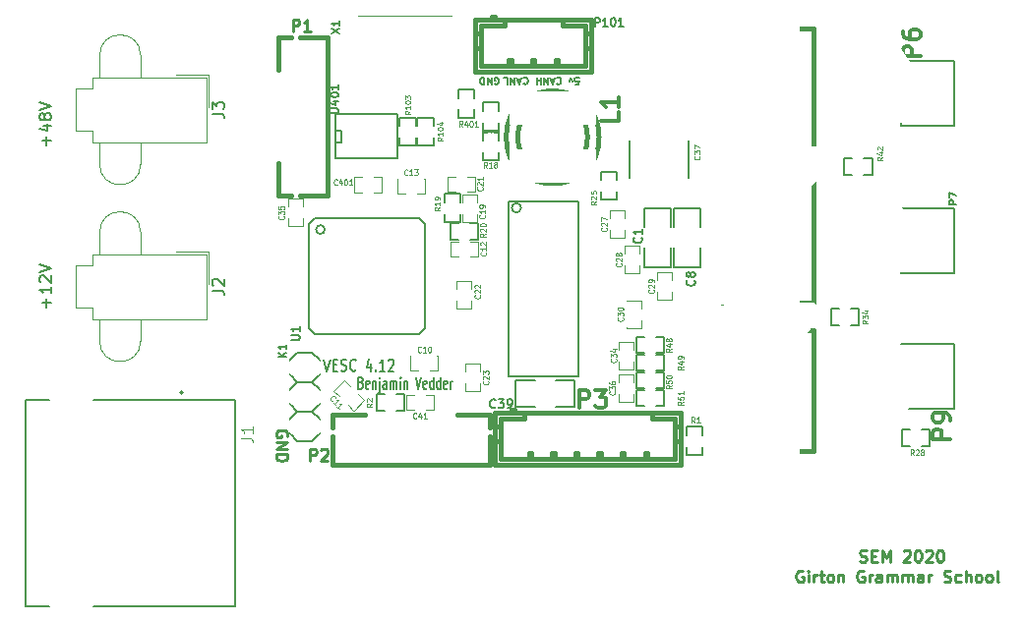
<source format=gto>
G04 #@! TF.GenerationSoftware,KiCad,Pcbnew,(5.1.0)-1*
G04 #@! TF.CreationDate,2020-02-16T21:22:29+11:00*
G04 #@! TF.ProjectId,BLDC_4,424c4443-5f34-42e6-9b69-6361645f7063,A*
G04 #@! TF.SameCoordinates,Original*
G04 #@! TF.FileFunction,Legend,Top*
G04 #@! TF.FilePolarity,Positive*
%FSLAX46Y46*%
G04 Gerber Fmt 4.6, Leading zero omitted, Abs format (unit mm)*
G04 Created by KiCad (PCBNEW (5.1.0)-1) date 2020-02-16 21:22:29*
%MOMM*%
%LPD*%
G04 APERTURE LIST*
%ADD10C,0.250000*%
%ADD11C,0.150000*%
%ADD12C,0.127000*%
%ADD13C,0.200000*%
%ADD14C,0.381000*%
%ADD15C,0.152400*%
%ADD16C,0.066040*%
%ADD17C,0.099060*%
%ADD18C,0.119380*%
%ADD19C,0.120000*%
%ADD20C,0.015000*%
%ADD21C,0.175000*%
%ADD22C,0.304800*%
%ADD23C,0.149860*%
%ADD24C,0.114300*%
%ADD25C,4.000000*%
%ADD26C,3.250000*%
%ADD27C,2.895000*%
%ADD28C,1.268000*%
%ADD29R,1.268000X1.268000*%
%ADD30C,1.300480*%
%ADD31O,1.198880X1.699260*%
%ADD32R,1.198880X1.699260*%
%ADD33R,3.200400X0.899160*%
%ADD34R,8.150860X10.800080*%
%ADD35O,3.048000X1.524000*%
%ADD36R,5.499100X1.849120*%
%ADD37R,7.498080X2.997200*%
%ADD38R,4.000000X5.000000*%
%ADD39R,0.300000X1.300480*%
%ADD40R,1.300480X0.300000*%
%ADD41R,3.599180X7.000240*%
%ADD42R,1.501140X0.299720*%
%ADD43R,2.032000X1.524000*%
%ADD44R,1.524000X2.032000*%
%ADD45R,1.143000X0.635000*%
%ADD46R,0.635000X1.143000*%
%ADD47R,0.599440X1.399540*%
%ADD48C,1.000000*%
%ADD49R,2.000000X2.200000*%
%ADD50R,2.400000X2.200000*%
%ADD51R,0.500000X1.500000*%
%ADD52R,1.300000X1.300000*%
%ADD53C,1.300000*%
%ADD54C,0.635000*%
%ADD55C,3.000000*%
%ADD56O,3.300000X2.700000*%
%ADD57C,2.700000*%
%ADD58C,0.254000*%
G04 APERTURE END LIST*
D10*
X90384761Y-88429761D02*
X90527619Y-88477380D01*
X90765714Y-88477380D01*
X90860952Y-88429761D01*
X90908571Y-88382142D01*
X90956190Y-88286904D01*
X90956190Y-88191666D01*
X90908571Y-88096428D01*
X90860952Y-88048809D01*
X90765714Y-88001190D01*
X90575238Y-87953571D01*
X90480000Y-87905952D01*
X90432380Y-87858333D01*
X90384761Y-87763095D01*
X90384761Y-87667857D01*
X90432380Y-87572619D01*
X90480000Y-87525000D01*
X90575238Y-87477380D01*
X90813333Y-87477380D01*
X90956190Y-87525000D01*
X91384761Y-87953571D02*
X91718095Y-87953571D01*
X91860952Y-88477380D02*
X91384761Y-88477380D01*
X91384761Y-87477380D01*
X91860952Y-87477380D01*
X92289523Y-88477380D02*
X92289523Y-87477380D01*
X92622857Y-88191666D01*
X92956190Y-87477380D01*
X92956190Y-88477380D01*
X94146666Y-87572619D02*
X94194285Y-87525000D01*
X94289523Y-87477380D01*
X94527619Y-87477380D01*
X94622857Y-87525000D01*
X94670476Y-87572619D01*
X94718095Y-87667857D01*
X94718095Y-87763095D01*
X94670476Y-87905952D01*
X94099047Y-88477380D01*
X94718095Y-88477380D01*
X95337142Y-87477380D02*
X95432380Y-87477380D01*
X95527619Y-87525000D01*
X95575238Y-87572619D01*
X95622857Y-87667857D01*
X95670476Y-87858333D01*
X95670476Y-88096428D01*
X95622857Y-88286904D01*
X95575238Y-88382142D01*
X95527619Y-88429761D01*
X95432380Y-88477380D01*
X95337142Y-88477380D01*
X95241904Y-88429761D01*
X95194285Y-88382142D01*
X95146666Y-88286904D01*
X95099047Y-88096428D01*
X95099047Y-87858333D01*
X95146666Y-87667857D01*
X95194285Y-87572619D01*
X95241904Y-87525000D01*
X95337142Y-87477380D01*
X96051428Y-87572619D02*
X96099047Y-87525000D01*
X96194285Y-87477380D01*
X96432380Y-87477380D01*
X96527619Y-87525000D01*
X96575238Y-87572619D01*
X96622857Y-87667857D01*
X96622857Y-87763095D01*
X96575238Y-87905952D01*
X96003809Y-88477380D01*
X96622857Y-88477380D01*
X97241904Y-87477380D02*
X97337142Y-87477380D01*
X97432380Y-87525000D01*
X97480000Y-87572619D01*
X97527619Y-87667857D01*
X97575238Y-87858333D01*
X97575238Y-88096428D01*
X97527619Y-88286904D01*
X97480000Y-88382142D01*
X97432380Y-88429761D01*
X97337142Y-88477380D01*
X97241904Y-88477380D01*
X97146666Y-88429761D01*
X97099047Y-88382142D01*
X97051428Y-88286904D01*
X97003809Y-88096428D01*
X97003809Y-87858333D01*
X97051428Y-87667857D01*
X97099047Y-87572619D01*
X97146666Y-87525000D01*
X97241904Y-87477380D01*
X85480000Y-89275000D02*
X85384761Y-89227380D01*
X85241904Y-89227380D01*
X85099047Y-89275000D01*
X85003809Y-89370238D01*
X84956190Y-89465476D01*
X84908571Y-89655952D01*
X84908571Y-89798809D01*
X84956190Y-89989285D01*
X85003809Y-90084523D01*
X85099047Y-90179761D01*
X85241904Y-90227380D01*
X85337142Y-90227380D01*
X85480000Y-90179761D01*
X85527619Y-90132142D01*
X85527619Y-89798809D01*
X85337142Y-89798809D01*
X85956190Y-90227380D02*
X85956190Y-89560714D01*
X85956190Y-89227380D02*
X85908571Y-89275000D01*
X85956190Y-89322619D01*
X86003809Y-89275000D01*
X85956190Y-89227380D01*
X85956190Y-89322619D01*
X86432380Y-90227380D02*
X86432380Y-89560714D01*
X86432380Y-89751190D02*
X86480000Y-89655952D01*
X86527619Y-89608333D01*
X86622857Y-89560714D01*
X86718095Y-89560714D01*
X86908571Y-89560714D02*
X87289523Y-89560714D01*
X87051428Y-89227380D02*
X87051428Y-90084523D01*
X87099047Y-90179761D01*
X87194285Y-90227380D01*
X87289523Y-90227380D01*
X87765714Y-90227380D02*
X87670476Y-90179761D01*
X87622857Y-90132142D01*
X87575238Y-90036904D01*
X87575238Y-89751190D01*
X87622857Y-89655952D01*
X87670476Y-89608333D01*
X87765714Y-89560714D01*
X87908571Y-89560714D01*
X88003809Y-89608333D01*
X88051428Y-89655952D01*
X88099047Y-89751190D01*
X88099047Y-90036904D01*
X88051428Y-90132142D01*
X88003809Y-90179761D01*
X87908571Y-90227380D01*
X87765714Y-90227380D01*
X88527619Y-89560714D02*
X88527619Y-90227380D01*
X88527619Y-89655952D02*
X88575238Y-89608333D01*
X88670476Y-89560714D01*
X88813333Y-89560714D01*
X88908571Y-89608333D01*
X88956190Y-89703571D01*
X88956190Y-90227380D01*
X90718095Y-89275000D02*
X90622857Y-89227380D01*
X90480000Y-89227380D01*
X90337142Y-89275000D01*
X90241904Y-89370238D01*
X90194285Y-89465476D01*
X90146666Y-89655952D01*
X90146666Y-89798809D01*
X90194285Y-89989285D01*
X90241904Y-90084523D01*
X90337142Y-90179761D01*
X90480000Y-90227380D01*
X90575238Y-90227380D01*
X90718095Y-90179761D01*
X90765714Y-90132142D01*
X90765714Y-89798809D01*
X90575238Y-89798809D01*
X91194285Y-90227380D02*
X91194285Y-89560714D01*
X91194285Y-89751190D02*
X91241904Y-89655952D01*
X91289523Y-89608333D01*
X91384761Y-89560714D01*
X91480000Y-89560714D01*
X92241904Y-90227380D02*
X92241904Y-89703571D01*
X92194285Y-89608333D01*
X92099047Y-89560714D01*
X91908571Y-89560714D01*
X91813333Y-89608333D01*
X92241904Y-90179761D02*
X92146666Y-90227380D01*
X91908571Y-90227380D01*
X91813333Y-90179761D01*
X91765714Y-90084523D01*
X91765714Y-89989285D01*
X91813333Y-89894047D01*
X91908571Y-89846428D01*
X92146666Y-89846428D01*
X92241904Y-89798809D01*
X92718095Y-90227380D02*
X92718095Y-89560714D01*
X92718095Y-89655952D02*
X92765714Y-89608333D01*
X92860952Y-89560714D01*
X93003809Y-89560714D01*
X93099047Y-89608333D01*
X93146666Y-89703571D01*
X93146666Y-90227380D01*
X93146666Y-89703571D02*
X93194285Y-89608333D01*
X93289523Y-89560714D01*
X93432380Y-89560714D01*
X93527619Y-89608333D01*
X93575238Y-89703571D01*
X93575238Y-90227380D01*
X94051428Y-90227380D02*
X94051428Y-89560714D01*
X94051428Y-89655952D02*
X94099047Y-89608333D01*
X94194285Y-89560714D01*
X94337142Y-89560714D01*
X94432380Y-89608333D01*
X94480000Y-89703571D01*
X94480000Y-90227380D01*
X94480000Y-89703571D02*
X94527619Y-89608333D01*
X94622857Y-89560714D01*
X94765714Y-89560714D01*
X94860952Y-89608333D01*
X94908571Y-89703571D01*
X94908571Y-90227380D01*
X95813333Y-90227380D02*
X95813333Y-89703571D01*
X95765714Y-89608333D01*
X95670476Y-89560714D01*
X95480000Y-89560714D01*
X95384761Y-89608333D01*
X95813333Y-90179761D02*
X95718095Y-90227380D01*
X95480000Y-90227380D01*
X95384761Y-90179761D01*
X95337142Y-90084523D01*
X95337142Y-89989285D01*
X95384761Y-89894047D01*
X95480000Y-89846428D01*
X95718095Y-89846428D01*
X95813333Y-89798809D01*
X96289523Y-90227380D02*
X96289523Y-89560714D01*
X96289523Y-89751190D02*
X96337142Y-89655952D01*
X96384761Y-89608333D01*
X96480000Y-89560714D01*
X96575238Y-89560714D01*
X97622857Y-90179761D02*
X97765714Y-90227380D01*
X98003809Y-90227380D01*
X98099047Y-90179761D01*
X98146666Y-90132142D01*
X98194285Y-90036904D01*
X98194285Y-89941666D01*
X98146666Y-89846428D01*
X98099047Y-89798809D01*
X98003809Y-89751190D01*
X97813333Y-89703571D01*
X97718095Y-89655952D01*
X97670476Y-89608333D01*
X97622857Y-89513095D01*
X97622857Y-89417857D01*
X97670476Y-89322619D01*
X97718095Y-89275000D01*
X97813333Y-89227380D01*
X98051428Y-89227380D01*
X98194285Y-89275000D01*
X99051428Y-90179761D02*
X98956190Y-90227380D01*
X98765714Y-90227380D01*
X98670476Y-90179761D01*
X98622857Y-90132142D01*
X98575238Y-90036904D01*
X98575238Y-89751190D01*
X98622857Y-89655952D01*
X98670476Y-89608333D01*
X98765714Y-89560714D01*
X98956190Y-89560714D01*
X99051428Y-89608333D01*
X99480000Y-90227380D02*
X99480000Y-89227380D01*
X99908571Y-90227380D02*
X99908571Y-89703571D01*
X99860952Y-89608333D01*
X99765714Y-89560714D01*
X99622857Y-89560714D01*
X99527619Y-89608333D01*
X99480000Y-89655952D01*
X100527619Y-90227380D02*
X100432380Y-90179761D01*
X100384761Y-90132142D01*
X100337142Y-90036904D01*
X100337142Y-89751190D01*
X100384761Y-89655952D01*
X100432380Y-89608333D01*
X100527619Y-89560714D01*
X100670476Y-89560714D01*
X100765714Y-89608333D01*
X100813333Y-89655952D01*
X100860952Y-89751190D01*
X100860952Y-90036904D01*
X100813333Y-90132142D01*
X100765714Y-90179761D01*
X100670476Y-90227380D01*
X100527619Y-90227380D01*
X101432380Y-90227380D02*
X101337142Y-90179761D01*
X101289523Y-90132142D01*
X101241904Y-90036904D01*
X101241904Y-89751190D01*
X101289523Y-89655952D01*
X101337142Y-89608333D01*
X101432380Y-89560714D01*
X101575238Y-89560714D01*
X101670476Y-89608333D01*
X101718095Y-89655952D01*
X101765714Y-89751190D01*
X101765714Y-90036904D01*
X101718095Y-90132142D01*
X101670476Y-90179761D01*
X101575238Y-90227380D01*
X101432380Y-90227380D01*
X102337142Y-90227380D02*
X102241904Y-90179761D01*
X102194285Y-90084523D01*
X102194285Y-89227380D01*
D11*
X20391428Y-66531904D02*
X20391428Y-65770000D01*
X20772380Y-66150952D02*
X20010476Y-66150952D01*
X20772380Y-64770000D02*
X20772380Y-65341428D01*
X20772380Y-65055714D02*
X19772380Y-65055714D01*
X19915238Y-65150952D01*
X20010476Y-65246190D01*
X20058095Y-65341428D01*
X19867619Y-64389047D02*
X19820000Y-64341428D01*
X19772380Y-64246190D01*
X19772380Y-64008095D01*
X19820000Y-63912857D01*
X19867619Y-63865238D01*
X19962857Y-63817619D01*
X20058095Y-63817619D01*
X20200952Y-63865238D01*
X20772380Y-64436666D01*
X20772380Y-63817619D01*
X19772380Y-63531904D02*
X20772380Y-63198571D01*
X19772380Y-62865238D01*
X20391428Y-52561904D02*
X20391428Y-51800000D01*
X20772380Y-52180952D02*
X20010476Y-52180952D01*
X20105714Y-50895238D02*
X20772380Y-50895238D01*
X19724761Y-51133333D02*
X20439047Y-51371428D01*
X20439047Y-50752380D01*
X20200952Y-50228571D02*
X20153333Y-50323809D01*
X20105714Y-50371428D01*
X20010476Y-50419047D01*
X19962857Y-50419047D01*
X19867619Y-50371428D01*
X19820000Y-50323809D01*
X19772380Y-50228571D01*
X19772380Y-50038095D01*
X19820000Y-49942857D01*
X19867619Y-49895238D01*
X19962857Y-49847619D01*
X20010476Y-49847619D01*
X20105714Y-49895238D01*
X20153333Y-49942857D01*
X20200952Y-50038095D01*
X20200952Y-50228571D01*
X20248571Y-50323809D01*
X20296190Y-50371428D01*
X20391428Y-50419047D01*
X20581904Y-50419047D01*
X20677142Y-50371428D01*
X20724761Y-50323809D01*
X20772380Y-50228571D01*
X20772380Y-50038095D01*
X20724761Y-49942857D01*
X20677142Y-49895238D01*
X20581904Y-49847619D01*
X20391428Y-49847619D01*
X20296190Y-49895238D01*
X20248571Y-49942857D01*
X20200952Y-50038095D01*
X19772380Y-49561904D02*
X20772380Y-49228571D01*
X19772380Y-48895238D01*
X65885714Y-47328571D02*
X66171428Y-47328571D01*
X66200000Y-47042857D01*
X66171428Y-47071428D01*
X66114285Y-47100000D01*
X65971428Y-47100000D01*
X65914285Y-47071428D01*
X65885714Y-47042857D01*
X65857142Y-46985714D01*
X65857142Y-46842857D01*
X65885714Y-46785714D01*
X65914285Y-46757142D01*
X65971428Y-46728571D01*
X66114285Y-46728571D01*
X66171428Y-46757142D01*
X66200000Y-46785714D01*
X65657142Y-47128571D02*
X65514285Y-46728571D01*
X65371428Y-47128571D01*
X64300000Y-46785714D02*
X64328571Y-46757142D01*
X64414285Y-46728571D01*
X64471428Y-46728571D01*
X64557142Y-46757142D01*
X64614285Y-46814285D01*
X64642857Y-46871428D01*
X64671428Y-46985714D01*
X64671428Y-47071428D01*
X64642857Y-47185714D01*
X64614285Y-47242857D01*
X64557142Y-47300000D01*
X64471428Y-47328571D01*
X64414285Y-47328571D01*
X64328571Y-47300000D01*
X64300000Y-47271428D01*
X64071428Y-46900000D02*
X63785714Y-46900000D01*
X64128571Y-46728571D02*
X63928571Y-47328571D01*
X63728571Y-46728571D01*
X63528571Y-46728571D02*
X63528571Y-47328571D01*
X63185714Y-46728571D01*
X63185714Y-47328571D01*
X62900000Y-46728571D02*
X62900000Y-47328571D01*
X62900000Y-47042857D02*
X62557142Y-47042857D01*
X62557142Y-46728571D02*
X62557142Y-47328571D01*
X61428571Y-46785714D02*
X61457142Y-46757142D01*
X61542857Y-46728571D01*
X61600000Y-46728571D01*
X61685714Y-46757142D01*
X61742857Y-46814285D01*
X61771428Y-46871428D01*
X61800000Y-46985714D01*
X61800000Y-47071428D01*
X61771428Y-47185714D01*
X61742857Y-47242857D01*
X61685714Y-47300000D01*
X61600000Y-47328571D01*
X61542857Y-47328571D01*
X61457142Y-47300000D01*
X61428571Y-47271428D01*
X61200000Y-46900000D02*
X60914285Y-46900000D01*
X61257142Y-46728571D02*
X61057142Y-47328571D01*
X60857142Y-46728571D01*
X60657142Y-46728571D02*
X60657142Y-47328571D01*
X60314285Y-46728571D01*
X60314285Y-47328571D01*
X59742857Y-46728571D02*
X60028571Y-46728571D01*
X60028571Y-47328571D01*
X58957142Y-47300000D02*
X59014285Y-47328571D01*
X59100000Y-47328571D01*
X59185714Y-47300000D01*
X59242857Y-47242857D01*
X59271428Y-47185714D01*
X59300000Y-47071428D01*
X59300000Y-46985714D01*
X59271428Y-46871428D01*
X59242857Y-46814285D01*
X59185714Y-46757142D01*
X59100000Y-46728571D01*
X59042857Y-46728571D01*
X58957142Y-46757142D01*
X58928571Y-46785714D01*
X58928571Y-46985714D01*
X59042857Y-46985714D01*
X58671428Y-46728571D02*
X58671428Y-47328571D01*
X58328571Y-46728571D01*
X58328571Y-47328571D01*
X58042857Y-46728571D02*
X58042857Y-47328571D01*
X57900000Y-47328571D01*
X57814285Y-47300000D01*
X57757142Y-47242857D01*
X57728571Y-47185714D01*
X57700000Y-47071428D01*
X57700000Y-46985714D01*
X57728571Y-46871428D01*
X57757142Y-46814285D01*
X57814285Y-46757142D01*
X57900000Y-46728571D01*
X58042857Y-46728571D01*
D10*
X41074000Y-77688095D02*
X41121619Y-77592857D01*
X41121619Y-77450000D01*
X41074000Y-77307142D01*
X40978761Y-77211904D01*
X40883523Y-77164285D01*
X40693047Y-77116666D01*
X40550190Y-77116666D01*
X40359714Y-77164285D01*
X40264476Y-77211904D01*
X40169238Y-77307142D01*
X40121619Y-77450000D01*
X40121619Y-77545238D01*
X40169238Y-77688095D01*
X40216857Y-77735714D01*
X40550190Y-77735714D01*
X40550190Y-77545238D01*
X40121619Y-78164285D02*
X41121619Y-78164285D01*
X40121619Y-78735714D01*
X41121619Y-78735714D01*
X40121619Y-79211904D02*
X41121619Y-79211904D01*
X41121619Y-79450000D01*
X41074000Y-79592857D01*
X40978761Y-79688095D01*
X40883523Y-79735714D01*
X40693047Y-79783333D01*
X40550190Y-79783333D01*
X40359714Y-79735714D01*
X40264476Y-79688095D01*
X40169238Y-79592857D01*
X40121619Y-79450000D01*
X40121619Y-79211904D01*
D11*
X47448561Y-73037571D02*
X47542904Y-73085190D01*
X47574352Y-73132809D01*
X47605800Y-73228047D01*
X47605800Y-73370904D01*
X47574352Y-73466142D01*
X47542904Y-73513761D01*
X47480009Y-73561380D01*
X47228428Y-73561380D01*
X47228428Y-72561380D01*
X47448561Y-72561380D01*
X47511457Y-72609000D01*
X47542904Y-72656619D01*
X47574352Y-72751857D01*
X47574352Y-72847095D01*
X47542904Y-72942333D01*
X47511457Y-72989952D01*
X47448561Y-73037571D01*
X47228428Y-73037571D01*
X48140409Y-73513761D02*
X48077514Y-73561380D01*
X47951723Y-73561380D01*
X47888828Y-73513761D01*
X47857380Y-73418523D01*
X47857380Y-73037571D01*
X47888828Y-72942333D01*
X47951723Y-72894714D01*
X48077514Y-72894714D01*
X48140409Y-72942333D01*
X48171857Y-73037571D01*
X48171857Y-73132809D01*
X47857380Y-73228047D01*
X48454885Y-72894714D02*
X48454885Y-73561380D01*
X48454885Y-72989952D02*
X48486333Y-72942333D01*
X48549228Y-72894714D01*
X48643571Y-72894714D01*
X48706466Y-72942333D01*
X48737914Y-73037571D01*
X48737914Y-73561380D01*
X49052390Y-72894714D02*
X49052390Y-73751857D01*
X49020942Y-73847095D01*
X48958047Y-73894714D01*
X48926600Y-73894714D01*
X49052390Y-72561380D02*
X49020942Y-72609000D01*
X49052390Y-72656619D01*
X49083838Y-72609000D01*
X49052390Y-72561380D01*
X49052390Y-72656619D01*
X49649895Y-73561380D02*
X49649895Y-73037571D01*
X49618447Y-72942333D01*
X49555552Y-72894714D01*
X49429761Y-72894714D01*
X49366866Y-72942333D01*
X49649895Y-73513761D02*
X49587000Y-73561380D01*
X49429761Y-73561380D01*
X49366866Y-73513761D01*
X49335419Y-73418523D01*
X49335419Y-73323285D01*
X49366866Y-73228047D01*
X49429761Y-73180428D01*
X49587000Y-73180428D01*
X49649895Y-73132809D01*
X49964371Y-73561380D02*
X49964371Y-72894714D01*
X49964371Y-72989952D02*
X49995819Y-72942333D01*
X50058714Y-72894714D01*
X50153057Y-72894714D01*
X50215952Y-72942333D01*
X50247400Y-73037571D01*
X50247400Y-73561380D01*
X50247400Y-73037571D02*
X50278847Y-72942333D01*
X50341742Y-72894714D01*
X50436085Y-72894714D01*
X50498980Y-72942333D01*
X50530428Y-73037571D01*
X50530428Y-73561380D01*
X50844904Y-73561380D02*
X50844904Y-72894714D01*
X50844904Y-72561380D02*
X50813457Y-72609000D01*
X50844904Y-72656619D01*
X50876352Y-72609000D01*
X50844904Y-72561380D01*
X50844904Y-72656619D01*
X51159380Y-72894714D02*
X51159380Y-73561380D01*
X51159380Y-72989952D02*
X51190828Y-72942333D01*
X51253723Y-72894714D01*
X51348066Y-72894714D01*
X51410961Y-72942333D01*
X51442409Y-73037571D01*
X51442409Y-73561380D01*
X52165704Y-72561380D02*
X52385838Y-73561380D01*
X52605971Y-72561380D01*
X53077685Y-73513761D02*
X53014790Y-73561380D01*
X52889000Y-73561380D01*
X52826104Y-73513761D01*
X52794657Y-73418523D01*
X52794657Y-73037571D01*
X52826104Y-72942333D01*
X52889000Y-72894714D01*
X53014790Y-72894714D01*
X53077685Y-72942333D01*
X53109133Y-73037571D01*
X53109133Y-73132809D01*
X52794657Y-73228047D01*
X53675190Y-73561380D02*
X53675190Y-72561380D01*
X53675190Y-73513761D02*
X53612295Y-73561380D01*
X53486504Y-73561380D01*
X53423609Y-73513761D01*
X53392161Y-73466142D01*
X53360714Y-73370904D01*
X53360714Y-73085190D01*
X53392161Y-72989952D01*
X53423609Y-72942333D01*
X53486504Y-72894714D01*
X53612295Y-72894714D01*
X53675190Y-72942333D01*
X54272695Y-73561380D02*
X54272695Y-72561380D01*
X54272695Y-73513761D02*
X54209800Y-73561380D01*
X54084009Y-73561380D01*
X54021114Y-73513761D01*
X53989666Y-73466142D01*
X53958219Y-73370904D01*
X53958219Y-73085190D01*
X53989666Y-72989952D01*
X54021114Y-72942333D01*
X54084009Y-72894714D01*
X54209800Y-72894714D01*
X54272695Y-72942333D01*
X54838752Y-73513761D02*
X54775857Y-73561380D01*
X54650066Y-73561380D01*
X54587171Y-73513761D01*
X54555723Y-73418523D01*
X54555723Y-73037571D01*
X54587171Y-72942333D01*
X54650066Y-72894714D01*
X54775857Y-72894714D01*
X54838752Y-72942333D01*
X54870200Y-73037571D01*
X54870200Y-73132809D01*
X54555723Y-73228047D01*
X55153228Y-73561380D02*
X55153228Y-72894714D01*
X55153228Y-73085190D02*
X55184676Y-72989952D01*
X55216123Y-72942333D01*
X55279019Y-72894714D01*
X55341914Y-72894714D01*
X44253380Y-71037380D02*
X44520047Y-72037380D01*
X44786714Y-71037380D01*
X45053380Y-71513571D02*
X45320047Y-71513571D01*
X45434333Y-72037380D02*
X45053380Y-72037380D01*
X45053380Y-71037380D01*
X45434333Y-71037380D01*
X45739095Y-71989761D02*
X45853380Y-72037380D01*
X46043857Y-72037380D01*
X46120047Y-71989761D01*
X46158142Y-71942142D01*
X46196238Y-71846904D01*
X46196238Y-71751666D01*
X46158142Y-71656428D01*
X46120047Y-71608809D01*
X46043857Y-71561190D01*
X45891476Y-71513571D01*
X45815285Y-71465952D01*
X45777190Y-71418333D01*
X45739095Y-71323095D01*
X45739095Y-71227857D01*
X45777190Y-71132619D01*
X45815285Y-71085000D01*
X45891476Y-71037380D01*
X46081952Y-71037380D01*
X46196238Y-71085000D01*
X46996238Y-71942142D02*
X46958142Y-71989761D01*
X46843857Y-72037380D01*
X46767666Y-72037380D01*
X46653380Y-71989761D01*
X46577190Y-71894523D01*
X46539095Y-71799285D01*
X46501000Y-71608809D01*
X46501000Y-71465952D01*
X46539095Y-71275476D01*
X46577190Y-71180238D01*
X46653380Y-71085000D01*
X46767666Y-71037380D01*
X46843857Y-71037380D01*
X46958142Y-71085000D01*
X46996238Y-71132619D01*
X48291476Y-71370714D02*
X48291476Y-72037380D01*
X48101000Y-70989761D02*
X47910523Y-71704047D01*
X48405761Y-71704047D01*
X48710523Y-71942142D02*
X48748619Y-71989761D01*
X48710523Y-72037380D01*
X48672428Y-71989761D01*
X48710523Y-71942142D01*
X48710523Y-72037380D01*
X49510523Y-72037380D02*
X49053380Y-72037380D01*
X49281952Y-72037380D02*
X49281952Y-71037380D01*
X49205761Y-71180238D01*
X49129571Y-71275476D01*
X49053380Y-71323095D01*
X49815285Y-71132619D02*
X49853380Y-71085000D01*
X49929571Y-71037380D01*
X50120047Y-71037380D01*
X50196238Y-71085000D01*
X50234333Y-71132619D01*
X50272428Y-71227857D01*
X50272428Y-71323095D01*
X50234333Y-71465952D01*
X49777190Y-72037380D01*
X50272428Y-72037380D01*
D12*
X36564999Y-74545001D02*
X24374999Y-74545001D01*
X36564999Y-74545001D02*
X36564999Y-92325001D01*
X36564999Y-92325001D02*
X24374999Y-92325001D01*
X20564999Y-74545001D02*
X18534999Y-74545001D01*
X18534999Y-74545001D02*
X18534999Y-92325001D01*
X18534999Y-92325001D02*
X20564999Y-92325001D01*
D13*
X32094999Y-73905001D02*
G75*
G03X32094999Y-73905001I-100000J0D01*
G01*
D14*
X40298860Y-56899580D02*
X40298860Y-54100500D01*
X44599080Y-43300420D02*
X44599080Y-56899580D01*
X40298860Y-46099500D02*
X40298860Y-43300420D01*
X44599080Y-43300420D02*
X42198780Y-43300420D01*
X40298860Y-43300420D02*
X41401220Y-43300420D01*
X44599080Y-56899580D02*
X42198780Y-56899580D01*
X40298860Y-56899580D02*
X41401220Y-56899580D01*
X58672280Y-41550080D02*
X58672280Y-41750740D01*
X58972000Y-41550080D02*
X58672280Y-41550080D01*
X58972000Y-41750740D02*
X58972000Y-41550080D01*
X67275260Y-41750740D02*
X67275260Y-46249080D01*
X57272740Y-41750740D02*
X57272740Y-46249080D01*
X64775900Y-42251120D02*
X64775900Y-41750740D01*
X66774880Y-42251120D02*
X64775900Y-42251120D01*
X66774880Y-45751240D02*
X66774880Y-42251120D01*
X57773120Y-42251120D02*
X57773120Y-45751240D01*
X59772100Y-42251120D02*
X57773120Y-42251120D01*
X59772100Y-41750740D02*
X59772100Y-42251120D01*
X57773120Y-42949620D02*
X57272740Y-42949620D01*
X57773120Y-44250100D02*
X57272740Y-44250100D01*
X66774880Y-44250100D02*
X67275260Y-44250100D01*
X67275260Y-42949620D02*
X66774880Y-42949620D01*
X64372040Y-45250860D02*
X64372040Y-45751240D01*
X64173920Y-45250860D02*
X64372040Y-45250860D01*
X64173920Y-45751240D02*
X64173920Y-45250860D01*
X60173420Y-45751240D02*
X60173420Y-45250860D01*
X60173420Y-45250860D02*
X60371540Y-45250860D01*
X60371540Y-45250860D02*
X60371540Y-45751240D01*
X57272740Y-41750740D02*
X67275260Y-41750740D01*
X66774880Y-45751240D02*
X57773120Y-45751240D01*
X57272740Y-46249080D02*
X67275260Y-46249080D01*
X62174940Y-45751240D02*
X62174940Y-45250860D01*
X62174940Y-45250860D02*
X62373060Y-45250860D01*
X62373060Y-45250860D02*
X62373060Y-45751240D01*
X44946420Y-75798860D02*
X44946420Y-76901220D01*
X44946420Y-80099080D02*
X44946420Y-77698780D01*
X58545580Y-75798860D02*
X58545580Y-76901220D01*
X58545580Y-80099080D02*
X58545580Y-77698780D01*
X55746500Y-75798860D02*
X58545580Y-75798860D01*
X58545580Y-80099080D02*
X44946420Y-80099080D01*
X44946420Y-75798860D02*
X47745500Y-75798860D01*
X78553160Y-42509620D02*
X86350960Y-42509620D01*
X77252680Y-44909920D02*
X78553160Y-42509620D01*
X77252680Y-50508080D02*
X77252680Y-44909920D01*
X78553160Y-52908380D02*
X77252680Y-50508080D01*
X86350960Y-52908380D02*
X78553160Y-52908380D01*
X86350960Y-42509620D02*
X86350960Y-52908380D01*
D15*
X41332000Y-76157000D02*
X41967000Y-75522000D01*
X41332000Y-77427000D02*
X41332000Y-76157000D01*
X41967000Y-78062000D02*
X41332000Y-77427000D01*
X43237000Y-78062000D02*
X41967000Y-78062000D01*
X43872000Y-77427000D02*
X43237000Y-78062000D01*
X43872000Y-76157000D02*
X43872000Y-77427000D01*
X43237000Y-75522000D02*
X43872000Y-76157000D01*
X41332000Y-72347000D02*
X41332000Y-71077000D01*
X41967000Y-70442000D02*
X41332000Y-71077000D01*
X43872000Y-71077000D02*
X43237000Y-70442000D01*
X43237000Y-70442000D02*
X41967000Y-70442000D01*
X41332000Y-73617000D02*
X41967000Y-72982000D01*
X41332000Y-74887000D02*
X41332000Y-73617000D01*
X41967000Y-75522000D02*
X41332000Y-74887000D01*
X43237000Y-75522000D02*
X41967000Y-75522000D01*
X43872000Y-74887000D02*
X43237000Y-75522000D01*
X43872000Y-73617000D02*
X43872000Y-74887000D01*
X43237000Y-72982000D02*
X43872000Y-73617000D01*
X41967000Y-72982000D02*
X41332000Y-72347000D01*
X43237000Y-72982000D02*
X41967000Y-72982000D01*
X43872000Y-72347000D02*
X43237000Y-72982000D01*
X43872000Y-71077000D02*
X43872000Y-72347000D01*
D16*
X42348000Y-76538000D02*
X42856000Y-76538000D01*
X42856000Y-76538000D02*
X42856000Y-77046000D01*
X42348000Y-77046000D02*
X42856000Y-77046000D01*
X42348000Y-76538000D02*
X42348000Y-77046000D01*
X42348000Y-71458000D02*
X42856000Y-71458000D01*
X42856000Y-71458000D02*
X42856000Y-71966000D01*
X42348000Y-71966000D02*
X42856000Y-71966000D01*
X42348000Y-71458000D02*
X42348000Y-71966000D01*
X42348000Y-73998000D02*
X42856000Y-73998000D01*
X42856000Y-73998000D02*
X42856000Y-74506000D01*
X42348000Y-74506000D02*
X42856000Y-74506000D01*
X42348000Y-73998000D02*
X42348000Y-74506000D01*
D12*
X70542000Y-51011000D02*
X75622000Y-51011000D01*
X70542000Y-56599000D02*
X70542000Y-51011000D01*
X75622000Y-56599000D02*
X70542000Y-56599000D01*
X75622000Y-51011000D02*
X75622000Y-56599000D01*
X75622000Y-51646000D02*
X70542000Y-51646000D01*
X75622000Y-55964000D02*
X70542000Y-55964000D01*
D14*
X67938500Y-51900000D02*
G75*
G03X67938500Y-51900000I-4000500J0D01*
G01*
X60737600Y-54201240D02*
X67138400Y-54201240D01*
X67138400Y-49598760D02*
X60737600Y-49598760D01*
X66937740Y-51900000D02*
G75*
G03X66937740Y-51900000I-2999740J0D01*
G01*
D11*
X93896000Y-50890000D02*
X93896000Y-45290000D01*
X98496000Y-50890000D02*
X93896000Y-50890000D01*
X98496000Y-45290000D02*
X98496000Y-50890000D01*
X93896000Y-45290000D02*
X98496000Y-45290000D01*
X93896000Y-63590000D02*
X93896000Y-57990000D01*
X98496000Y-63590000D02*
X93896000Y-63590000D01*
X98496000Y-57990000D02*
X98496000Y-63590000D01*
X93896000Y-57990000D02*
X98496000Y-57990000D01*
X93896000Y-75274000D02*
X93896000Y-69674000D01*
X98496000Y-75274000D02*
X93896000Y-75274000D01*
X98496000Y-69674000D02*
X98496000Y-75274000D01*
X93896000Y-69674000D02*
X98496000Y-69674000D01*
D14*
X78553160Y-68544620D02*
X86350960Y-68544620D01*
X77252680Y-70944920D02*
X78553160Y-68544620D01*
X77252680Y-76543080D02*
X77252680Y-70944920D01*
X78553160Y-78943380D02*
X77252680Y-76543080D01*
X86350960Y-78943380D02*
X78553160Y-78943380D01*
X86350960Y-68544620D02*
X86350960Y-78943380D01*
X78553160Y-55717620D02*
X86350960Y-55717620D01*
X77252680Y-58117920D02*
X78553160Y-55717620D01*
X77252680Y-63716080D02*
X77252680Y-58117920D01*
X78553160Y-66116380D02*
X77252680Y-63716080D01*
X86350960Y-66116380D02*
X78553160Y-66116380D01*
X86350960Y-55717620D02*
X86350960Y-66116380D01*
D12*
X52431800Y-58834200D02*
X52939800Y-59342200D01*
X52939800Y-68333800D02*
X52431800Y-68841800D01*
X43440200Y-68841800D02*
X42932200Y-68333800D01*
X42932200Y-59342200D02*
X43440200Y-58834200D01*
X44329200Y-59850200D02*
G75*
G03X44329200Y-59850200I-381000J0D01*
G01*
X43440200Y-58834200D02*
X52431800Y-58834200D01*
X52939800Y-59342200D02*
X52939800Y-68333800D01*
X43440200Y-68841800D02*
X52431800Y-68841800D01*
X42932200Y-68333800D02*
X42932200Y-59342200D01*
X61225478Y-57973140D02*
G75*
G03X61225478Y-57973140I-406598J0D01*
G01*
X60176260Y-57457520D02*
X66175740Y-57457520D01*
X66175740Y-72456220D02*
X60176260Y-72456220D01*
X66175740Y-72456220D02*
X66175740Y-57457520D01*
X60176260Y-57457520D02*
X60176260Y-72456220D01*
X74098000Y-59647000D02*
X74098000Y-57996000D01*
X71812000Y-63076000D02*
X71812000Y-61425000D01*
X74098000Y-63076000D02*
X71812000Y-63076000D01*
X74098000Y-61425000D02*
X74098000Y-63076000D01*
X71812000Y-57996000D02*
X71812000Y-59647000D01*
X74098000Y-57996000D02*
X71812000Y-57996000D01*
X76638000Y-59647000D02*
X76638000Y-57996000D01*
X74352000Y-63076000D02*
X74352000Y-61425000D01*
X76638000Y-63076000D02*
X74352000Y-63076000D01*
X76638000Y-61425000D02*
X76638000Y-63076000D01*
X74352000Y-57996000D02*
X74352000Y-59647000D01*
X76638000Y-57996000D02*
X74352000Y-57996000D01*
X62414000Y-72855000D02*
X60763000Y-72855000D01*
X65843000Y-75141000D02*
X64192000Y-75141000D01*
X65843000Y-72855000D02*
X65843000Y-75141000D01*
X64192000Y-72855000D02*
X65843000Y-72855000D01*
X60763000Y-75141000D02*
X62414000Y-75141000D01*
X60763000Y-72855000D02*
X60763000Y-75141000D01*
X75431500Y-79268500D02*
X75431500Y-78562380D01*
X76828500Y-79268500D02*
X75431500Y-79268500D01*
X76828500Y-79268500D02*
X76828500Y-78562380D01*
X75431500Y-76855500D02*
X75431500Y-77561620D01*
X76828500Y-76855500D02*
X75431500Y-76855500D01*
X76828500Y-77561620D02*
X76828500Y-76855500D01*
X51174500Y-75458500D02*
X50468380Y-75458500D01*
X51174500Y-74061500D02*
X51174500Y-75458500D01*
X51174500Y-74061500D02*
X50468380Y-74061500D01*
X48761500Y-75458500D02*
X49467620Y-75458500D01*
X48761500Y-74061500D02*
X48761500Y-75458500D01*
X49467620Y-74061500D02*
X48761500Y-74061500D01*
X57905500Y-51328500D02*
X57905500Y-50622380D01*
X59302500Y-51328500D02*
X57905500Y-51328500D01*
X59302500Y-51328500D02*
X59302500Y-50622380D01*
X57905500Y-48915500D02*
X57905500Y-49621620D01*
X59302500Y-48915500D02*
X57905500Y-48915500D01*
X59302500Y-49621620D02*
X59302500Y-48915500D01*
X57905500Y-53868500D02*
X57905500Y-53162380D01*
X59302500Y-53868500D02*
X57905500Y-53868500D01*
X59302500Y-53868500D02*
X59302500Y-53162380D01*
X57905500Y-51455500D02*
X57905500Y-52161620D01*
X59302500Y-51455500D02*
X57905500Y-51455500D01*
X59302500Y-52161620D02*
X59302500Y-51455500D01*
X54603500Y-59202500D02*
X54603500Y-58496380D01*
X56000500Y-59202500D02*
X54603500Y-59202500D01*
X56000500Y-59202500D02*
X56000500Y-58496380D01*
X54603500Y-56789500D02*
X54603500Y-57495620D01*
X56000500Y-56789500D02*
X54603500Y-56789500D01*
X56000500Y-57495620D02*
X56000500Y-56789500D01*
X55111500Y-59329500D02*
X55817620Y-59329500D01*
X55111500Y-60726500D02*
X55111500Y-59329500D01*
X55111500Y-60726500D02*
X55817620Y-60726500D01*
X57524500Y-59329500D02*
X56818380Y-59329500D01*
X57524500Y-60726500D02*
X57524500Y-59329500D01*
X56818380Y-60726500D02*
X57524500Y-60726500D01*
X68065500Y-57297500D02*
X68065500Y-56591380D01*
X69462500Y-57297500D02*
X68065500Y-57297500D01*
X69462500Y-57297500D02*
X69462500Y-56591380D01*
X68065500Y-54884500D02*
X68065500Y-55590620D01*
X69462500Y-54884500D02*
X68065500Y-54884500D01*
X69462500Y-55590620D02*
X69462500Y-54884500D01*
X96386500Y-78506500D02*
X95680380Y-78506500D01*
X96386500Y-77109500D02*
X96386500Y-78506500D01*
X96386500Y-77109500D02*
X95680380Y-77109500D01*
X93973500Y-78506500D02*
X94679620Y-78506500D01*
X93973500Y-77109500D02*
X93973500Y-78506500D01*
X94679620Y-77109500D02*
X93973500Y-77109500D01*
X87877500Y-66695500D02*
X88583620Y-66695500D01*
X87877500Y-68092500D02*
X87877500Y-66695500D01*
X87877500Y-68092500D02*
X88583620Y-68092500D01*
X90290500Y-66695500D02*
X89584380Y-66695500D01*
X90290500Y-68092500D02*
X90290500Y-66695500D01*
X89584380Y-68092500D02*
X90290500Y-68092500D01*
X89020500Y-53741500D02*
X89726620Y-53741500D01*
X89020500Y-55138500D02*
X89020500Y-53741500D01*
X89020500Y-55138500D02*
X89726620Y-55138500D01*
X91433500Y-53741500D02*
X90727380Y-53741500D01*
X91433500Y-55138500D02*
X91433500Y-53741500D01*
X90727380Y-55138500D02*
X91433500Y-55138500D01*
X71113500Y-69108500D02*
X71819620Y-69108500D01*
X71113500Y-70505500D02*
X71113500Y-69108500D01*
X71113500Y-70505500D02*
X71819620Y-70505500D01*
X73526500Y-69108500D02*
X72820380Y-69108500D01*
X73526500Y-70505500D02*
X73526500Y-69108500D01*
X72820380Y-70505500D02*
X73526500Y-70505500D01*
X71113500Y-70632500D02*
X71819620Y-70632500D01*
X71113500Y-72029500D02*
X71113500Y-70632500D01*
X71113500Y-72029500D02*
X71819620Y-72029500D01*
X73526500Y-70632500D02*
X72820380Y-70632500D01*
X73526500Y-72029500D02*
X73526500Y-70632500D01*
X72820380Y-72029500D02*
X73526500Y-72029500D01*
X71113500Y-72156500D02*
X71819620Y-72156500D01*
X71113500Y-73553500D02*
X71113500Y-72156500D01*
X71113500Y-73553500D02*
X71819620Y-73553500D01*
X73526500Y-72156500D02*
X72820380Y-72156500D01*
X73526500Y-73553500D02*
X73526500Y-72156500D01*
X72820380Y-73553500D02*
X73526500Y-73553500D01*
X71113500Y-73680500D02*
X71819620Y-73680500D01*
X71113500Y-75077500D02*
X71113500Y-73680500D01*
X71113500Y-75077500D02*
X71819620Y-75077500D01*
X73526500Y-73680500D02*
X72820380Y-73680500D01*
X73526500Y-75077500D02*
X73526500Y-73680500D01*
X72820380Y-75077500D02*
X73526500Y-75077500D01*
X52148500Y-50193500D02*
X52148500Y-50899620D01*
X50751500Y-50193500D02*
X52148500Y-50193500D01*
X50751500Y-50193500D02*
X50751500Y-50899620D01*
X52148500Y-52606500D02*
X52148500Y-51900380D01*
X50751500Y-52606500D02*
X52148500Y-52606500D01*
X50751500Y-51900380D02*
X50751500Y-52606500D01*
X53698500Y-50193500D02*
X53698500Y-50899620D01*
X52301500Y-50193500D02*
X53698500Y-50193500D01*
X52301500Y-50193500D02*
X52301500Y-50899620D01*
X53698500Y-52606500D02*
X53698500Y-51900380D01*
X52301500Y-52606500D02*
X53698500Y-52606500D01*
X52301500Y-51900380D02*
X52301500Y-52606500D01*
X57198500Y-47793500D02*
X57198500Y-48499620D01*
X55801500Y-47793500D02*
X57198500Y-47793500D01*
X55801500Y-47793500D02*
X55801500Y-48499620D01*
X57198500Y-50206500D02*
X57198500Y-49500380D01*
X55801500Y-50206500D02*
X57198500Y-50206500D01*
X55801500Y-49500380D02*
X55801500Y-50206500D01*
X50617000Y-49895000D02*
X50617000Y-53705000D01*
X45791000Y-52308000D02*
X45283000Y-52308000D01*
X45791000Y-51292000D02*
X45791000Y-52308000D01*
X45283000Y-51292000D02*
X45791000Y-51292000D01*
X45283000Y-49895000D02*
X45283000Y-53578000D01*
X50617000Y-49895000D02*
X45283000Y-49895000D01*
X45283000Y-53705000D02*
X50617000Y-53705000D01*
X45283000Y-53578000D02*
X45283000Y-53705000D01*
D17*
X55200000Y-41450000D02*
X47200000Y-41450000D01*
D14*
X58985000Y-75600740D02*
X74987000Y-75600740D01*
X74486620Y-79601240D02*
X59485380Y-79601240D01*
X58985000Y-80099080D02*
X74987000Y-80099080D01*
X71883120Y-79601240D02*
X71883120Y-79100860D01*
X71883120Y-79100860D02*
X72081240Y-79100860D01*
X72081240Y-79100860D02*
X72081240Y-79601240D01*
X67882620Y-79601240D02*
X67882620Y-79100860D01*
X67882620Y-79100860D02*
X68080740Y-79100860D01*
X68080740Y-79100860D02*
X68080740Y-79601240D01*
X70082260Y-79100860D02*
X70082260Y-79601240D01*
X69884140Y-79100860D02*
X70082260Y-79100860D01*
X69884140Y-79601240D02*
X69884140Y-79100860D01*
X64082780Y-79100860D02*
X64082780Y-79601240D01*
X63884660Y-79100860D02*
X64082780Y-79100860D01*
X63884660Y-79601240D02*
X63884660Y-79100860D01*
X62081260Y-79100860D02*
X62081260Y-79601240D01*
X61883140Y-79100860D02*
X62081260Y-79100860D01*
X61883140Y-79601240D02*
X61883140Y-79100860D01*
X65883640Y-79601240D02*
X65883640Y-79100860D01*
X65883640Y-79100860D02*
X66081760Y-79100860D01*
X66081760Y-79100860D02*
X66081760Y-79601240D01*
X74984460Y-76799620D02*
X74484080Y-76799620D01*
X74484080Y-78100100D02*
X74984460Y-78100100D01*
X59482840Y-78100100D02*
X58982460Y-78100100D01*
X59482840Y-76799620D02*
X58982460Y-76799620D01*
X61481820Y-75600740D02*
X61481820Y-76101120D01*
X61481820Y-76101120D02*
X59482840Y-76101120D01*
X59482840Y-76101120D02*
X59482840Y-79601240D01*
X74484080Y-79601240D02*
X74484080Y-76101120D01*
X74484080Y-76101120D02*
X72485100Y-76101120D01*
X72485100Y-76101120D02*
X72485100Y-75600740D01*
X58982460Y-75600740D02*
X58982460Y-80099080D01*
X74984460Y-75600740D02*
X74984460Y-80099080D01*
X60681720Y-75600740D02*
X60681720Y-75400080D01*
X60681720Y-75400080D02*
X60382000Y-75400080D01*
X60382000Y-75400080D02*
X60382000Y-75600740D01*
D18*
X49248880Y-55365000D02*
X49248880Y-56635000D01*
X46851120Y-56635000D02*
X46851120Y-55365000D01*
X49248880Y-56650240D02*
X48550380Y-56650240D01*
X47549620Y-56650240D02*
X46851120Y-56650240D01*
X48550380Y-55349760D02*
X49248880Y-55349760D01*
X47549620Y-55349760D02*
X46851120Y-55349760D01*
X53706880Y-74125000D02*
X53706880Y-75395000D01*
X51309120Y-75395000D02*
X51309120Y-74125000D01*
X53706880Y-75410240D02*
X53008380Y-75410240D01*
X52007620Y-75410240D02*
X51309120Y-75410240D01*
X53008380Y-74109760D02*
X53706880Y-74109760D01*
X52007620Y-74109760D02*
X51309120Y-74109760D01*
X69653000Y-72291120D02*
X70923000Y-72291120D01*
X70923000Y-74688880D02*
X69653000Y-74688880D01*
X70938240Y-72291120D02*
X70938240Y-72989620D01*
X70938240Y-73990380D02*
X70938240Y-74688880D01*
X69637760Y-72989620D02*
X69637760Y-72291120D01*
X69637760Y-73990380D02*
X69637760Y-74688880D01*
X41205000Y-57178120D02*
X42475000Y-57178120D01*
X42475000Y-59575880D02*
X41205000Y-59575880D01*
X42490240Y-57178120D02*
X42490240Y-57876620D01*
X42490240Y-58877380D02*
X42490240Y-59575880D01*
X41189760Y-57876620D02*
X41189760Y-57178120D01*
X41189760Y-58877380D02*
X41189760Y-59575880D01*
X69653000Y-69497120D02*
X70923000Y-69497120D01*
X70923000Y-71894880D02*
X69653000Y-71894880D01*
X70938240Y-69497120D02*
X70938240Y-70195620D01*
X70938240Y-71196380D02*
X70938240Y-71894880D01*
X69637760Y-70195620D02*
X69637760Y-69497120D01*
X69637760Y-71196380D02*
X69637760Y-71894880D01*
X71558000Y-68338880D02*
X70288000Y-68338880D01*
X70288000Y-65941120D02*
X71558000Y-65941120D01*
X70272760Y-68338880D02*
X70272760Y-67640380D01*
X70272760Y-66639620D02*
X70272760Y-65941120D01*
X71573240Y-67640380D02*
X71573240Y-68338880D01*
X71573240Y-66639620D02*
X71573240Y-65941120D01*
X74225000Y-65925880D02*
X72955000Y-65925880D01*
X72955000Y-63528120D02*
X74225000Y-63528120D01*
X72939760Y-65925880D02*
X72939760Y-65227380D01*
X72939760Y-64226620D02*
X72939760Y-63528120D01*
X74240240Y-65227380D02*
X74240240Y-65925880D01*
X74240240Y-64226620D02*
X74240240Y-63528120D01*
X71431000Y-63639880D02*
X70161000Y-63639880D01*
X70161000Y-61242120D02*
X71431000Y-61242120D01*
X70145760Y-63639880D02*
X70145760Y-62941380D01*
X70145760Y-61940620D02*
X70145760Y-61242120D01*
X71446240Y-62941380D02*
X71446240Y-63639880D01*
X71446240Y-61940620D02*
X71446240Y-61242120D01*
X70161000Y-60591880D02*
X68891000Y-60591880D01*
X68891000Y-58194120D02*
X70161000Y-58194120D01*
X68875760Y-60591880D02*
X68875760Y-59893380D01*
X68875760Y-58892620D02*
X68875760Y-58194120D01*
X70176240Y-59893380D02*
X70176240Y-60591880D01*
X70176240Y-58892620D02*
X70176240Y-58194120D01*
X57715000Y-73799880D02*
X56445000Y-73799880D01*
X56445000Y-71402120D02*
X57715000Y-71402120D01*
X56429760Y-73799880D02*
X56429760Y-73101380D01*
X56429760Y-72100620D02*
X56429760Y-71402120D01*
X57730240Y-73101380D02*
X57730240Y-73799880D01*
X57730240Y-72100620D02*
X57730240Y-71402120D01*
X55683000Y-64290120D02*
X56953000Y-64290120D01*
X56953000Y-66687880D02*
X55683000Y-66687880D01*
X56968240Y-64290120D02*
X56968240Y-64988620D01*
X56968240Y-65989380D02*
X56968240Y-66687880D01*
X55667760Y-64988620D02*
X55667760Y-64290120D01*
X55667760Y-65989380D02*
X55667760Y-66687880D01*
X57262880Y-55329000D02*
X57262880Y-56599000D01*
X54865120Y-56599000D02*
X54865120Y-55329000D01*
X57262880Y-56614240D02*
X56564380Y-56614240D01*
X55563620Y-56614240D02*
X54865120Y-56614240D01*
X56564380Y-55313760D02*
X57262880Y-55313760D01*
X55563620Y-55313760D02*
X54865120Y-55313760D01*
X56191000Y-56797120D02*
X57461000Y-56797120D01*
X57461000Y-59194880D02*
X56191000Y-59194880D01*
X57476240Y-56797120D02*
X57476240Y-57495620D01*
X57476240Y-58496380D02*
X57476240Y-59194880D01*
X56175760Y-57495620D02*
X56175760Y-56797120D01*
X56175760Y-58496380D02*
X56175760Y-59194880D01*
X50547120Y-56726000D02*
X50547120Y-55456000D01*
X52944880Y-55456000D02*
X52944880Y-56726000D01*
X50547120Y-55440760D02*
X51245620Y-55440760D01*
X52246380Y-55440760D02*
X52944880Y-55440760D01*
X51245620Y-56741240D02*
X50547120Y-56741240D01*
X52246380Y-56741240D02*
X52944880Y-56741240D01*
X55119120Y-62187000D02*
X55119120Y-60917000D01*
X57516880Y-60917000D02*
X57516880Y-62187000D01*
X55119120Y-60901760D02*
X55817620Y-60901760D01*
X56818380Y-60901760D02*
X57516880Y-60901760D01*
X55817620Y-62202240D02*
X55119120Y-62202240D01*
X56818380Y-62202240D02*
X57516880Y-62202240D01*
X45115251Y-73726277D02*
X46013277Y-72828251D01*
X47708749Y-74523723D02*
X46810723Y-75421749D01*
X46024053Y-72817475D02*
X46517967Y-73311389D01*
X47225611Y-74019033D02*
X47719525Y-74512947D01*
X45598389Y-74230967D02*
X45104475Y-73737053D01*
X46306033Y-74938611D02*
X46799947Y-75432525D01*
X54087880Y-70696000D02*
X54087880Y-71966000D01*
X51690120Y-71966000D02*
X51690120Y-70696000D01*
X54087880Y-71981240D02*
X53389380Y-71981240D01*
X52388620Y-71981240D02*
X51690120Y-71981240D01*
X53389380Y-70680760D02*
X54087880Y-70680760D01*
X52388620Y-70680760D02*
X51690120Y-70680760D01*
D19*
X34350000Y-61720000D02*
X31500000Y-61720000D01*
X34350000Y-64570000D02*
X34350000Y-61720000D01*
X22890000Y-66580000D02*
X22890000Y-64770000D01*
X24290000Y-66580000D02*
X22890000Y-66580000D01*
X24290000Y-67580000D02*
X24290000Y-66580000D01*
X34110000Y-67580000D02*
X24290000Y-67580000D01*
X34110000Y-64770000D02*
X34110000Y-67580000D01*
X22890000Y-62960000D02*
X22890000Y-64770000D01*
X24290000Y-62960000D02*
X22890000Y-62960000D01*
X24290000Y-61960000D02*
X24290000Y-62960000D01*
X34110000Y-61960000D02*
X24290000Y-61960000D01*
X34110000Y-64770000D02*
X34110000Y-61960000D01*
X24950000Y-69470000D02*
X24950000Y-67580000D01*
X28470000Y-69470000D02*
X28470000Y-67580000D01*
X24950000Y-60070000D02*
X24950000Y-61960000D01*
X28470000Y-60070000D02*
X28470000Y-61960000D01*
X24950000Y-69470000D02*
G75*
G03X28470000Y-69470000I1760000J0D01*
G01*
X28470000Y-60070000D02*
G75*
G03X24950000Y-60070000I-1760000J0D01*
G01*
X28470000Y-44830000D02*
G75*
G03X24950000Y-44830000I-1760000J0D01*
G01*
X24950000Y-54230000D02*
G75*
G03X28470000Y-54230000I1760000J0D01*
G01*
X28470000Y-44830000D02*
X28470000Y-46720000D01*
X24950000Y-44830000D02*
X24950000Y-46720000D01*
X28470000Y-54230000D02*
X28470000Y-52340000D01*
X24950000Y-54230000D02*
X24950000Y-52340000D01*
X34110000Y-49530000D02*
X34110000Y-46720000D01*
X34110000Y-46720000D02*
X24290000Y-46720000D01*
X24290000Y-46720000D02*
X24290000Y-47720000D01*
X24290000Y-47720000D02*
X22890000Y-47720000D01*
X22890000Y-47720000D02*
X22890000Y-49530000D01*
X34110000Y-49530000D02*
X34110000Y-52340000D01*
X34110000Y-52340000D02*
X24290000Y-52340000D01*
X24290000Y-52340000D02*
X24290000Y-51340000D01*
X24290000Y-51340000D02*
X22890000Y-51340000D01*
X22890000Y-51340000D02*
X22890000Y-49530000D01*
X34350000Y-49330000D02*
X34350000Y-46480000D01*
X34350000Y-46480000D02*
X31500000Y-46480000D01*
D11*
D20*
X37104333Y-77800909D02*
X37819058Y-77800909D01*
X37962002Y-77848557D01*
X38057299Y-77943853D01*
X38104947Y-78086798D01*
X38104947Y-78182095D01*
X38104947Y-76800295D02*
X38104947Y-77372074D01*
X38104947Y-77086184D02*
X37104333Y-77086184D01*
X37247278Y-77181481D01*
X37342575Y-77276777D01*
X37390223Y-77372074D01*
D10*
X41561904Y-42752380D02*
X41561904Y-41752380D01*
X41942857Y-41752380D01*
X42038095Y-41800000D01*
X42085714Y-41847619D01*
X42133333Y-41942857D01*
X42133333Y-42085714D01*
X42085714Y-42180952D01*
X42038095Y-42228571D01*
X41942857Y-42276190D01*
X41561904Y-42276190D01*
X43085714Y-42752380D02*
X42514285Y-42752380D01*
X42800000Y-42752380D02*
X42800000Y-41752380D01*
X42704761Y-41895238D01*
X42609523Y-41990476D01*
X42514285Y-42038095D01*
D21*
X67616666Y-42316666D02*
X67616666Y-41616666D01*
X67883333Y-41616666D01*
X67950000Y-41650000D01*
X67983333Y-41683333D01*
X68016666Y-41750000D01*
X68016666Y-41850000D01*
X67983333Y-41916666D01*
X67950000Y-41950000D01*
X67883333Y-41983333D01*
X67616666Y-41983333D01*
X68683333Y-42316666D02*
X68283333Y-42316666D01*
X68483333Y-42316666D02*
X68483333Y-41616666D01*
X68416666Y-41716666D01*
X68350000Y-41783333D01*
X68283333Y-41816666D01*
X69116666Y-41616666D02*
X69183333Y-41616666D01*
X69250000Y-41650000D01*
X69283333Y-41683333D01*
X69316666Y-41750000D01*
X69350000Y-41883333D01*
X69350000Y-42050000D01*
X69316666Y-42183333D01*
X69283333Y-42250000D01*
X69250000Y-42283333D01*
X69183333Y-42316666D01*
X69116666Y-42316666D01*
X69050000Y-42283333D01*
X69016666Y-42250000D01*
X68983333Y-42183333D01*
X68950000Y-42050000D01*
X68950000Y-41883333D01*
X68983333Y-41750000D01*
X69016666Y-41683333D01*
X69050000Y-41650000D01*
X69116666Y-41616666D01*
X70016666Y-42316666D02*
X69616666Y-42316666D01*
X69816666Y-42316666D02*
X69816666Y-41616666D01*
X69750000Y-41716666D01*
X69683333Y-41783333D01*
X69616666Y-41816666D01*
D10*
X43061904Y-79752380D02*
X43061904Y-78752380D01*
X43442857Y-78752380D01*
X43538095Y-78800000D01*
X43585714Y-78847619D01*
X43633333Y-78942857D01*
X43633333Y-79085714D01*
X43585714Y-79180952D01*
X43538095Y-79228571D01*
X43442857Y-79276190D01*
X43061904Y-79276190D01*
X44014285Y-78847619D02*
X44061904Y-78800000D01*
X44157142Y-78752380D01*
X44395238Y-78752380D01*
X44490476Y-78800000D01*
X44538095Y-78847619D01*
X44585714Y-78942857D01*
X44585714Y-79038095D01*
X44538095Y-79180952D01*
X43966666Y-79752380D01*
X44585714Y-79752380D01*
D21*
X41013666Y-70831666D02*
X40313666Y-70831666D01*
X41013666Y-70431666D02*
X40613666Y-70731666D01*
X40313666Y-70431666D02*
X40713666Y-70831666D01*
X41013666Y-69765000D02*
X41013666Y-70165000D01*
X41013666Y-69965000D02*
X40313666Y-69965000D01*
X40413666Y-70031666D01*
X40480333Y-70098333D01*
X40513666Y-70165000D01*
D18*
X76562707Y-53491672D02*
X76586534Y-53515500D01*
X76610362Y-53586983D01*
X76610362Y-53634638D01*
X76586534Y-53706121D01*
X76538879Y-53753776D01*
X76491224Y-53777604D01*
X76395913Y-53801431D01*
X76324430Y-53801431D01*
X76229120Y-53777604D01*
X76181465Y-53753776D01*
X76133810Y-53706121D01*
X76109982Y-53634638D01*
X76109982Y-53586983D01*
X76133810Y-53515500D01*
X76157637Y-53491672D01*
X76109982Y-53324879D02*
X76109982Y-53015120D01*
X76300603Y-53181913D01*
X76300603Y-53110430D01*
X76324430Y-53062775D01*
X76348258Y-53038948D01*
X76395913Y-53015120D01*
X76515051Y-53015120D01*
X76562707Y-53038948D01*
X76586534Y-53062775D01*
X76610362Y-53110430D01*
X76610362Y-53253396D01*
X76586534Y-53301051D01*
X76562707Y-53324879D01*
X76109982Y-52848327D02*
X76109982Y-52514740D01*
X76610362Y-52729189D01*
D22*
X69589428Y-49754000D02*
X69589428Y-50479714D01*
X68065428Y-50479714D01*
X69589428Y-48447714D02*
X69589428Y-49318571D01*
X69589428Y-48883142D02*
X68065428Y-48883142D01*
X68283142Y-49028285D01*
X68428285Y-49173428D01*
X68500857Y-49318571D01*
X95589428Y-44924857D02*
X94065428Y-44924857D01*
X94065428Y-44344285D01*
X94138000Y-44199142D01*
X94210571Y-44126571D01*
X94355714Y-44054000D01*
X94573428Y-44054000D01*
X94718571Y-44126571D01*
X94791142Y-44199142D01*
X94863714Y-44344285D01*
X94863714Y-44924857D01*
X94065428Y-42747714D02*
X94065428Y-43038000D01*
X94138000Y-43183142D01*
X94210571Y-43255714D01*
X94428285Y-43400857D01*
X94718571Y-43473428D01*
X95299142Y-43473428D01*
X95444285Y-43400857D01*
X95516857Y-43328285D01*
X95589428Y-43183142D01*
X95589428Y-42892857D01*
X95516857Y-42747714D01*
X95444285Y-42675142D01*
X95299142Y-42602571D01*
X94936285Y-42602571D01*
X94791142Y-42675142D01*
X94718571Y-42747714D01*
X94646000Y-42892857D01*
X94646000Y-43183142D01*
X94718571Y-43328285D01*
X94791142Y-43400857D01*
X94936285Y-43473428D01*
D11*
X98671428Y-57642857D02*
X98071428Y-57642857D01*
X98071428Y-57414285D01*
X98100000Y-57357142D01*
X98128571Y-57328571D01*
X98185714Y-57300000D01*
X98271428Y-57300000D01*
X98328571Y-57328571D01*
X98357142Y-57357142D01*
X98385714Y-57414285D01*
X98385714Y-57642857D01*
X98071428Y-57100000D02*
X98071428Y-56700000D01*
X98671428Y-56957142D01*
D22*
X98155428Y-77916857D02*
X96631428Y-77916857D01*
X96631428Y-77336285D01*
X96704000Y-77191142D01*
X96776571Y-77118571D01*
X96921714Y-77046000D01*
X97139428Y-77046000D01*
X97284571Y-77118571D01*
X97357142Y-77191142D01*
X97429714Y-77336285D01*
X97429714Y-77916857D01*
X98155428Y-76320285D02*
X98155428Y-76030000D01*
X98082857Y-75884857D01*
X98010285Y-75812285D01*
X97792571Y-75667142D01*
X97502285Y-75594571D01*
X96921714Y-75594571D01*
X96776571Y-75667142D01*
X96704000Y-75739714D01*
X96631428Y-75884857D01*
X96631428Y-76175142D01*
X96704000Y-76320285D01*
X96776571Y-76392857D01*
X96921714Y-76465428D01*
X97284571Y-76465428D01*
X97429714Y-76392857D01*
X97502285Y-76320285D01*
X97574857Y-76175142D01*
X97574857Y-75884857D01*
X97502285Y-75739714D01*
X97429714Y-75667142D01*
X97284571Y-75594571D01*
D23*
X41429669Y-69361895D02*
X42036245Y-69361895D01*
X42107607Y-69326214D01*
X42143288Y-69290533D01*
X42178969Y-69219171D01*
X42178969Y-69076447D01*
X42143288Y-69005085D01*
X42107607Y-68969404D01*
X42036245Y-68933723D01*
X41429669Y-68933723D01*
X42178969Y-68184423D02*
X42178969Y-68612595D01*
X42178969Y-68398509D02*
X41429669Y-68398509D01*
X41536711Y-68469871D01*
X41608073Y-68541233D01*
X41643754Y-68612595D01*
X61495669Y-65424895D02*
X62102245Y-65424895D01*
X62173607Y-65389214D01*
X62209288Y-65353533D01*
X62244969Y-65282171D01*
X62244969Y-65139447D01*
X62209288Y-65068085D01*
X62173607Y-65032404D01*
X62102245Y-64996723D01*
X61495669Y-64996723D01*
X61495669Y-64711276D02*
X61495669Y-64247423D01*
X61781116Y-64497190D01*
X61781116Y-64390147D01*
X61816797Y-64318785D01*
X61852478Y-64283104D01*
X61923840Y-64247423D01*
X62102245Y-64247423D01*
X62173607Y-64283104D01*
X62209288Y-64318785D01*
X62244969Y-64390147D01*
X62244969Y-64604233D01*
X62209288Y-64675595D01*
X62173607Y-64711276D01*
D12*
X71576142Y-60536000D02*
X71612428Y-60572285D01*
X71648714Y-60681142D01*
X71648714Y-60753714D01*
X71612428Y-60862571D01*
X71539857Y-60935142D01*
X71467285Y-60971428D01*
X71322142Y-61007714D01*
X71213285Y-61007714D01*
X71068142Y-60971428D01*
X70995571Y-60935142D01*
X70923000Y-60862571D01*
X70886714Y-60753714D01*
X70886714Y-60681142D01*
X70923000Y-60572285D01*
X70959285Y-60536000D01*
X71648714Y-59810285D02*
X71648714Y-60245714D01*
X71648714Y-60028000D02*
X70886714Y-60028000D01*
X70995571Y-60100571D01*
X71068142Y-60173142D01*
X71104428Y-60245714D01*
X76148142Y-64219000D02*
X76184428Y-64255285D01*
X76220714Y-64364142D01*
X76220714Y-64436714D01*
X76184428Y-64545571D01*
X76111857Y-64618142D01*
X76039285Y-64654428D01*
X75894142Y-64690714D01*
X75785285Y-64690714D01*
X75640142Y-64654428D01*
X75567571Y-64618142D01*
X75495000Y-64545571D01*
X75458714Y-64436714D01*
X75458714Y-64364142D01*
X75495000Y-64255285D01*
X75531285Y-64219000D01*
X75785285Y-63783571D02*
X75749000Y-63856142D01*
X75712714Y-63892428D01*
X75640142Y-63928714D01*
X75603857Y-63928714D01*
X75531285Y-63892428D01*
X75495000Y-63856142D01*
X75458714Y-63783571D01*
X75458714Y-63638428D01*
X75495000Y-63565857D01*
X75531285Y-63529571D01*
X75603857Y-63493285D01*
X75640142Y-63493285D01*
X75712714Y-63529571D01*
X75749000Y-63565857D01*
X75785285Y-63638428D01*
X75785285Y-63783571D01*
X75821571Y-63856142D01*
X75857857Y-63892428D01*
X75930428Y-63928714D01*
X76075571Y-63928714D01*
X76148142Y-63892428D01*
X76184428Y-63856142D01*
X76220714Y-63783571D01*
X76220714Y-63638428D01*
X76184428Y-63565857D01*
X76148142Y-63529571D01*
X76075571Y-63493285D01*
X75930428Y-63493285D01*
X75857857Y-63529571D01*
X75821571Y-63565857D01*
X75785285Y-63638428D01*
X59003142Y-75159142D02*
X58966857Y-75195428D01*
X58858000Y-75231714D01*
X58785428Y-75231714D01*
X58676571Y-75195428D01*
X58604000Y-75122857D01*
X58567714Y-75050285D01*
X58531428Y-74905142D01*
X58531428Y-74796285D01*
X58567714Y-74651142D01*
X58604000Y-74578571D01*
X58676571Y-74506000D01*
X58785428Y-74469714D01*
X58858000Y-74469714D01*
X58966857Y-74506000D01*
X59003142Y-74542285D01*
X59257142Y-74469714D02*
X59728857Y-74469714D01*
X59474857Y-74760000D01*
X59583714Y-74760000D01*
X59656285Y-74796285D01*
X59692571Y-74832571D01*
X59728857Y-74905142D01*
X59728857Y-75086571D01*
X59692571Y-75159142D01*
X59656285Y-75195428D01*
X59583714Y-75231714D01*
X59366000Y-75231714D01*
X59293428Y-75195428D01*
X59257142Y-75159142D01*
X60091714Y-75231714D02*
X60236857Y-75231714D01*
X60309428Y-75195428D01*
X60345714Y-75159142D01*
X60418285Y-75050285D01*
X60454571Y-74905142D01*
X60454571Y-74614857D01*
X60418285Y-74542285D01*
X60382000Y-74506000D01*
X60309428Y-74469714D01*
X60164285Y-74469714D01*
X60091714Y-74506000D01*
X60055428Y-74542285D01*
X60019142Y-74614857D01*
X60019142Y-74796285D01*
X60055428Y-74868857D01*
X60091714Y-74905142D01*
X60164285Y-74941428D01*
X60309428Y-74941428D01*
X60382000Y-74905142D01*
X60418285Y-74868857D01*
X60454571Y-74796285D01*
D24*
X76180800Y-76510362D02*
X76028400Y-76272086D01*
X75919542Y-76510362D02*
X75919542Y-76009982D01*
X76093714Y-76009982D01*
X76137257Y-76033810D01*
X76159028Y-76057637D01*
X76180800Y-76105292D01*
X76180800Y-76176775D01*
X76159028Y-76224430D01*
X76137257Y-76248258D01*
X76093714Y-76272086D01*
X75919542Y-76272086D01*
X76616228Y-76510362D02*
X76354971Y-76510362D01*
X76485600Y-76510362D02*
X76485600Y-76009982D01*
X76442057Y-76081465D01*
X76398514Y-76129120D01*
X76354971Y-76152948D01*
X48416362Y-74836200D02*
X48178086Y-74988600D01*
X48416362Y-75097457D02*
X47915982Y-75097457D01*
X47915982Y-74923285D01*
X47939810Y-74879742D01*
X47963637Y-74857971D01*
X48011292Y-74836200D01*
X48082775Y-74836200D01*
X48130430Y-74857971D01*
X48154258Y-74879742D01*
X48178086Y-74923285D01*
X48178086Y-75097457D01*
X47963637Y-74662028D02*
X47939810Y-74640257D01*
X47915982Y-74596714D01*
X47915982Y-74487857D01*
X47939810Y-74444314D01*
X47963637Y-74422542D01*
X48011292Y-74400771D01*
X48058948Y-74400771D01*
X48130430Y-74422542D01*
X48416362Y-74683800D01*
X48416362Y-74400771D01*
X58286085Y-51983362D02*
X58133685Y-51745086D01*
X58024828Y-51983362D02*
X58024828Y-51482982D01*
X58199000Y-51482982D01*
X58242542Y-51506810D01*
X58264314Y-51530637D01*
X58286085Y-51578292D01*
X58286085Y-51649775D01*
X58264314Y-51697430D01*
X58242542Y-51721258D01*
X58199000Y-51745086D01*
X58024828Y-51745086D01*
X58721514Y-51983362D02*
X58460257Y-51983362D01*
X58590885Y-51983362D02*
X58590885Y-51482982D01*
X58547342Y-51554465D01*
X58503800Y-51602120D01*
X58460257Y-51625948D01*
X58873914Y-51482982D02*
X59178714Y-51482982D01*
X58982771Y-51983362D01*
X58286085Y-54523362D02*
X58133685Y-54285086D01*
X58024828Y-54523362D02*
X58024828Y-54022982D01*
X58199000Y-54022982D01*
X58242542Y-54046810D01*
X58264314Y-54070637D01*
X58286085Y-54118292D01*
X58286085Y-54189775D01*
X58264314Y-54237430D01*
X58242542Y-54261258D01*
X58199000Y-54285086D01*
X58024828Y-54285086D01*
X58721514Y-54523362D02*
X58460257Y-54523362D01*
X58590885Y-54523362D02*
X58590885Y-54022982D01*
X58547342Y-54094465D01*
X58503800Y-54142120D01*
X58460257Y-54165948D01*
X58982771Y-54237430D02*
X58939228Y-54213603D01*
X58917457Y-54189775D01*
X58895685Y-54142120D01*
X58895685Y-54118292D01*
X58917457Y-54070637D01*
X58939228Y-54046810D01*
X58982771Y-54022982D01*
X59069857Y-54022982D01*
X59113400Y-54046810D01*
X59135171Y-54070637D01*
X59156942Y-54118292D01*
X59156942Y-54142120D01*
X59135171Y-54189775D01*
X59113400Y-54213603D01*
X59069857Y-54237430D01*
X58982771Y-54237430D01*
X58939228Y-54261258D01*
X58917457Y-54285086D01*
X58895685Y-54332741D01*
X58895685Y-54428051D01*
X58917457Y-54475707D01*
X58939228Y-54499534D01*
X58982771Y-54523362D01*
X59069857Y-54523362D01*
X59113400Y-54499534D01*
X59135171Y-54475707D01*
X59156942Y-54428051D01*
X59156942Y-54332741D01*
X59135171Y-54285086D01*
X59113400Y-54261258D01*
X59069857Y-54237430D01*
X54258362Y-57908914D02*
X54020086Y-58061314D01*
X54258362Y-58170171D02*
X53757982Y-58170171D01*
X53757982Y-57996000D01*
X53781810Y-57952457D01*
X53805637Y-57930685D01*
X53853292Y-57908914D01*
X53924775Y-57908914D01*
X53972430Y-57930685D01*
X53996258Y-57952457D01*
X54020086Y-57996000D01*
X54020086Y-58170171D01*
X54258362Y-57473485D02*
X54258362Y-57734742D01*
X54258362Y-57604114D02*
X53757982Y-57604114D01*
X53829465Y-57647657D01*
X53877120Y-57691200D01*
X53900948Y-57734742D01*
X54258362Y-57255771D02*
X54258362Y-57168685D01*
X54234534Y-57125142D01*
X54210707Y-57103371D01*
X54139224Y-57059828D01*
X54043913Y-57038057D01*
X53853292Y-57038057D01*
X53805637Y-57059828D01*
X53781810Y-57081600D01*
X53757982Y-57125142D01*
X53757982Y-57212228D01*
X53781810Y-57255771D01*
X53805637Y-57277542D01*
X53853292Y-57299314D01*
X53972430Y-57299314D01*
X54020086Y-57277542D01*
X54043913Y-57255771D01*
X54067741Y-57212228D01*
X54067741Y-57125142D01*
X54043913Y-57081600D01*
X54020086Y-57059828D01*
X53972430Y-57038057D01*
X58195362Y-60194914D02*
X57957086Y-60347314D01*
X58195362Y-60456171D02*
X57694982Y-60456171D01*
X57694982Y-60282000D01*
X57718810Y-60238457D01*
X57742637Y-60216685D01*
X57790292Y-60194914D01*
X57861775Y-60194914D01*
X57909430Y-60216685D01*
X57933258Y-60238457D01*
X57957086Y-60282000D01*
X57957086Y-60456171D01*
X57742637Y-60020742D02*
X57718810Y-59998971D01*
X57694982Y-59955428D01*
X57694982Y-59846571D01*
X57718810Y-59803028D01*
X57742637Y-59781257D01*
X57790292Y-59759485D01*
X57837948Y-59759485D01*
X57909430Y-59781257D01*
X58195362Y-60042514D01*
X58195362Y-59759485D01*
X57694982Y-59476457D02*
X57694982Y-59432914D01*
X57718810Y-59389371D01*
X57742637Y-59367600D01*
X57790292Y-59345828D01*
X57885603Y-59324057D01*
X58004741Y-59324057D01*
X58100051Y-59345828D01*
X58147707Y-59367600D01*
X58171534Y-59389371D01*
X58195362Y-59432914D01*
X58195362Y-59476457D01*
X58171534Y-59520000D01*
X58147707Y-59541771D01*
X58100051Y-59563542D01*
X58004741Y-59585314D01*
X57885603Y-59585314D01*
X57790292Y-59563542D01*
X57742637Y-59541771D01*
X57718810Y-59520000D01*
X57694982Y-59476457D01*
X67720362Y-57400914D02*
X67482086Y-57553314D01*
X67720362Y-57662171D02*
X67219982Y-57662171D01*
X67219982Y-57488000D01*
X67243810Y-57444457D01*
X67267637Y-57422685D01*
X67315292Y-57400914D01*
X67386775Y-57400914D01*
X67434430Y-57422685D01*
X67458258Y-57444457D01*
X67482086Y-57488000D01*
X67482086Y-57662171D01*
X67267637Y-57226742D02*
X67243810Y-57204971D01*
X67219982Y-57161428D01*
X67219982Y-57052571D01*
X67243810Y-57009028D01*
X67267637Y-56987257D01*
X67315292Y-56965485D01*
X67362948Y-56965485D01*
X67434430Y-56987257D01*
X67720362Y-57248514D01*
X67720362Y-56965485D01*
X67219982Y-56551828D02*
X67219982Y-56769542D01*
X67458258Y-56791314D01*
X67434430Y-56769542D01*
X67410603Y-56726000D01*
X67410603Y-56617142D01*
X67434430Y-56573600D01*
X67458258Y-56551828D01*
X67505913Y-56530057D01*
X67625051Y-56530057D01*
X67672707Y-56551828D01*
X67696534Y-56573600D01*
X67720362Y-56617142D01*
X67720362Y-56726000D01*
X67696534Y-56769542D01*
X67672707Y-56791314D01*
X95013085Y-79304362D02*
X94860685Y-79066086D01*
X94751828Y-79304362D02*
X94751828Y-78803982D01*
X94926000Y-78803982D01*
X94969542Y-78827810D01*
X94991314Y-78851637D01*
X95013085Y-78899292D01*
X95013085Y-78970775D01*
X94991314Y-79018430D01*
X94969542Y-79042258D01*
X94926000Y-79066086D01*
X94751828Y-79066086D01*
X95187257Y-78851637D02*
X95209028Y-78827810D01*
X95252571Y-78803982D01*
X95361428Y-78803982D01*
X95404971Y-78827810D01*
X95426742Y-78851637D01*
X95448514Y-78899292D01*
X95448514Y-78946948D01*
X95426742Y-79018430D01*
X95165485Y-79304362D01*
X95448514Y-79304362D01*
X95709771Y-79018430D02*
X95666228Y-78994603D01*
X95644457Y-78970775D01*
X95622685Y-78923120D01*
X95622685Y-78899292D01*
X95644457Y-78851637D01*
X95666228Y-78827810D01*
X95709771Y-78803982D01*
X95796857Y-78803982D01*
X95840400Y-78827810D01*
X95862171Y-78851637D01*
X95883942Y-78899292D01*
X95883942Y-78923120D01*
X95862171Y-78970775D01*
X95840400Y-78994603D01*
X95796857Y-79018430D01*
X95709771Y-79018430D01*
X95666228Y-79042258D01*
X95644457Y-79066086D01*
X95622685Y-79113741D01*
X95622685Y-79209051D01*
X95644457Y-79256707D01*
X95666228Y-79280534D01*
X95709771Y-79304362D01*
X95796857Y-79304362D01*
X95840400Y-79280534D01*
X95862171Y-79256707D01*
X95883942Y-79209051D01*
X95883942Y-79113741D01*
X95862171Y-79066086D01*
X95840400Y-79042258D01*
X95796857Y-79018430D01*
X91088362Y-67687914D02*
X90850086Y-67840314D01*
X91088362Y-67949171D02*
X90587982Y-67949171D01*
X90587982Y-67775000D01*
X90611810Y-67731457D01*
X90635637Y-67709685D01*
X90683292Y-67687914D01*
X90754775Y-67687914D01*
X90802430Y-67709685D01*
X90826258Y-67731457D01*
X90850086Y-67775000D01*
X90850086Y-67949171D01*
X90587982Y-67535514D02*
X90587982Y-67252485D01*
X90778603Y-67404885D01*
X90778603Y-67339571D01*
X90802430Y-67296028D01*
X90826258Y-67274257D01*
X90873913Y-67252485D01*
X90993051Y-67252485D01*
X91040707Y-67274257D01*
X91064534Y-67296028D01*
X91088362Y-67339571D01*
X91088362Y-67470200D01*
X91064534Y-67513742D01*
X91040707Y-67535514D01*
X90754775Y-66860600D02*
X91088362Y-66860600D01*
X90564154Y-66969457D02*
X90921569Y-67078314D01*
X90921569Y-66795285D01*
X92358362Y-53590914D02*
X92120086Y-53743314D01*
X92358362Y-53852171D02*
X91857982Y-53852171D01*
X91857982Y-53678000D01*
X91881810Y-53634457D01*
X91905637Y-53612685D01*
X91953292Y-53590914D01*
X92024775Y-53590914D01*
X92072430Y-53612685D01*
X92096258Y-53634457D01*
X92120086Y-53678000D01*
X92120086Y-53852171D01*
X92024775Y-53199028D02*
X92358362Y-53199028D01*
X91834154Y-53307885D02*
X92191569Y-53416742D01*
X92191569Y-53133714D01*
X91905637Y-52981314D02*
X91881810Y-52959542D01*
X91857982Y-52916000D01*
X91857982Y-52807142D01*
X91881810Y-52763600D01*
X91905637Y-52741828D01*
X91953292Y-52720057D01*
X92000948Y-52720057D01*
X92072430Y-52741828D01*
X92358362Y-53003085D01*
X92358362Y-52720057D01*
X74197362Y-70100914D02*
X73959086Y-70253314D01*
X74197362Y-70362171D02*
X73696982Y-70362171D01*
X73696982Y-70188000D01*
X73720810Y-70144457D01*
X73744637Y-70122685D01*
X73792292Y-70100914D01*
X73863775Y-70100914D01*
X73911430Y-70122685D01*
X73935258Y-70144457D01*
X73959086Y-70188000D01*
X73959086Y-70362171D01*
X73863775Y-69709028D02*
X74197362Y-69709028D01*
X73673154Y-69817885D02*
X74030569Y-69926742D01*
X74030569Y-69643714D01*
X73911430Y-69404228D02*
X73887603Y-69447771D01*
X73863775Y-69469542D01*
X73816120Y-69491314D01*
X73792292Y-69491314D01*
X73744637Y-69469542D01*
X73720810Y-69447771D01*
X73696982Y-69404228D01*
X73696982Y-69317142D01*
X73720810Y-69273600D01*
X73744637Y-69251828D01*
X73792292Y-69230057D01*
X73816120Y-69230057D01*
X73863775Y-69251828D01*
X73887603Y-69273600D01*
X73911430Y-69317142D01*
X73911430Y-69404228D01*
X73935258Y-69447771D01*
X73959086Y-69469542D01*
X74006741Y-69491314D01*
X74102051Y-69491314D01*
X74149707Y-69469542D01*
X74173534Y-69447771D01*
X74197362Y-69404228D01*
X74197362Y-69317142D01*
X74173534Y-69273600D01*
X74149707Y-69251828D01*
X74102051Y-69230057D01*
X74006741Y-69230057D01*
X73959086Y-69251828D01*
X73935258Y-69273600D01*
X73911430Y-69317142D01*
X75213362Y-71624914D02*
X74975086Y-71777314D01*
X75213362Y-71886171D02*
X74712982Y-71886171D01*
X74712982Y-71712000D01*
X74736810Y-71668457D01*
X74760637Y-71646685D01*
X74808292Y-71624914D01*
X74879775Y-71624914D01*
X74927430Y-71646685D01*
X74951258Y-71668457D01*
X74975086Y-71712000D01*
X74975086Y-71886171D01*
X74879775Y-71233028D02*
X75213362Y-71233028D01*
X74689154Y-71341885D02*
X75046569Y-71450742D01*
X75046569Y-71167714D01*
X75213362Y-70971771D02*
X75213362Y-70884685D01*
X75189534Y-70841142D01*
X75165707Y-70819371D01*
X75094224Y-70775828D01*
X74998913Y-70754057D01*
X74808292Y-70754057D01*
X74760637Y-70775828D01*
X74736810Y-70797600D01*
X74712982Y-70841142D01*
X74712982Y-70928228D01*
X74736810Y-70971771D01*
X74760637Y-70993542D01*
X74808292Y-71015314D01*
X74927430Y-71015314D01*
X74975086Y-70993542D01*
X74998913Y-70971771D01*
X75022741Y-70928228D01*
X75022741Y-70841142D01*
X74998913Y-70797600D01*
X74975086Y-70775828D01*
X74927430Y-70754057D01*
X74197362Y-73275914D02*
X73959086Y-73428314D01*
X74197362Y-73537171D02*
X73696982Y-73537171D01*
X73696982Y-73363000D01*
X73720810Y-73319457D01*
X73744637Y-73297685D01*
X73792292Y-73275914D01*
X73863775Y-73275914D01*
X73911430Y-73297685D01*
X73935258Y-73319457D01*
X73959086Y-73363000D01*
X73959086Y-73537171D01*
X73696982Y-72862257D02*
X73696982Y-73079971D01*
X73935258Y-73101742D01*
X73911430Y-73079971D01*
X73887603Y-73036428D01*
X73887603Y-72927571D01*
X73911430Y-72884028D01*
X73935258Y-72862257D01*
X73982913Y-72840485D01*
X74102051Y-72840485D01*
X74149707Y-72862257D01*
X74173534Y-72884028D01*
X74197362Y-72927571D01*
X74197362Y-73036428D01*
X74173534Y-73079971D01*
X74149707Y-73101742D01*
X73696982Y-72557457D02*
X73696982Y-72513914D01*
X73720810Y-72470371D01*
X73744637Y-72448600D01*
X73792292Y-72426828D01*
X73887603Y-72405057D01*
X74006741Y-72405057D01*
X74102051Y-72426828D01*
X74149707Y-72448600D01*
X74173534Y-72470371D01*
X74197362Y-72513914D01*
X74197362Y-72557457D01*
X74173534Y-72601000D01*
X74149707Y-72622771D01*
X74102051Y-72644542D01*
X74006741Y-72666314D01*
X73887603Y-72666314D01*
X73792292Y-72644542D01*
X73744637Y-72622771D01*
X73720810Y-72601000D01*
X73696982Y-72557457D01*
X75213362Y-74672914D02*
X74975086Y-74825314D01*
X75213362Y-74934171D02*
X74712982Y-74934171D01*
X74712982Y-74760000D01*
X74736810Y-74716457D01*
X74760637Y-74694685D01*
X74808292Y-74672914D01*
X74879775Y-74672914D01*
X74927430Y-74694685D01*
X74951258Y-74716457D01*
X74975086Y-74760000D01*
X74975086Y-74934171D01*
X74712982Y-74259257D02*
X74712982Y-74476971D01*
X74951258Y-74498742D01*
X74927430Y-74476971D01*
X74903603Y-74433428D01*
X74903603Y-74324571D01*
X74927430Y-74281028D01*
X74951258Y-74259257D01*
X74998913Y-74237485D01*
X75118051Y-74237485D01*
X75165707Y-74259257D01*
X75189534Y-74281028D01*
X75213362Y-74324571D01*
X75213362Y-74433428D01*
X75189534Y-74476971D01*
X75165707Y-74498742D01*
X75213362Y-73802057D02*
X75213362Y-74063314D01*
X75213362Y-73932685D02*
X74712982Y-73932685D01*
X74784465Y-73976228D01*
X74832120Y-74019771D01*
X74855948Y-74063314D01*
X51718362Y-49617628D02*
X51480086Y-49770028D01*
X51718362Y-49878885D02*
X51217982Y-49878885D01*
X51217982Y-49704714D01*
X51241810Y-49661171D01*
X51265637Y-49639400D01*
X51313292Y-49617628D01*
X51384775Y-49617628D01*
X51432430Y-49639400D01*
X51456258Y-49661171D01*
X51480086Y-49704714D01*
X51480086Y-49878885D01*
X51718362Y-49182200D02*
X51718362Y-49443457D01*
X51718362Y-49312828D02*
X51217982Y-49312828D01*
X51289465Y-49356371D01*
X51337120Y-49399914D01*
X51360948Y-49443457D01*
X51217982Y-48899171D02*
X51217982Y-48855628D01*
X51241810Y-48812085D01*
X51265637Y-48790314D01*
X51313292Y-48768542D01*
X51408603Y-48746771D01*
X51527741Y-48746771D01*
X51623051Y-48768542D01*
X51670707Y-48790314D01*
X51694534Y-48812085D01*
X51718362Y-48855628D01*
X51718362Y-48899171D01*
X51694534Y-48942714D01*
X51670707Y-48964485D01*
X51623051Y-48986257D01*
X51527741Y-49008028D01*
X51408603Y-49008028D01*
X51313292Y-48986257D01*
X51265637Y-48964485D01*
X51241810Y-48942714D01*
X51217982Y-48899171D01*
X51217982Y-48594371D02*
X51217982Y-48311342D01*
X51408603Y-48463742D01*
X51408603Y-48398428D01*
X51432430Y-48354885D01*
X51456258Y-48333114D01*
X51503913Y-48311342D01*
X51623051Y-48311342D01*
X51670707Y-48333114D01*
X51694534Y-48354885D01*
X51718362Y-48398428D01*
X51718362Y-48529057D01*
X51694534Y-48572600D01*
X51670707Y-48594371D01*
X54512362Y-51903628D02*
X54274086Y-52056028D01*
X54512362Y-52164885D02*
X54011982Y-52164885D01*
X54011982Y-51990714D01*
X54035810Y-51947171D01*
X54059637Y-51925400D01*
X54107292Y-51903628D01*
X54178775Y-51903628D01*
X54226430Y-51925400D01*
X54250258Y-51947171D01*
X54274086Y-51990714D01*
X54274086Y-52164885D01*
X54512362Y-51468200D02*
X54512362Y-51729457D01*
X54512362Y-51598828D02*
X54011982Y-51598828D01*
X54083465Y-51642371D01*
X54131120Y-51685914D01*
X54154948Y-51729457D01*
X54011982Y-51185171D02*
X54011982Y-51141628D01*
X54035810Y-51098085D01*
X54059637Y-51076314D01*
X54107292Y-51054542D01*
X54202603Y-51032771D01*
X54321741Y-51032771D01*
X54417051Y-51054542D01*
X54464707Y-51076314D01*
X54488534Y-51098085D01*
X54512362Y-51141628D01*
X54512362Y-51185171D01*
X54488534Y-51228714D01*
X54464707Y-51250485D01*
X54417051Y-51272257D01*
X54321741Y-51294028D01*
X54202603Y-51294028D01*
X54107292Y-51272257D01*
X54059637Y-51250485D01*
X54035810Y-51228714D01*
X54011982Y-51185171D01*
X54178775Y-50640885D02*
X54512362Y-50640885D01*
X53988154Y-50749742D02*
X54345569Y-50858600D01*
X54345569Y-50575571D01*
X56187371Y-50983362D02*
X56034971Y-50745086D01*
X55926114Y-50983362D02*
X55926114Y-50482982D01*
X56100285Y-50482982D01*
X56143828Y-50506810D01*
X56165600Y-50530637D01*
X56187371Y-50578292D01*
X56187371Y-50649775D01*
X56165600Y-50697430D01*
X56143828Y-50721258D01*
X56100285Y-50745086D01*
X55926114Y-50745086D01*
X56579257Y-50649775D02*
X56579257Y-50983362D01*
X56470400Y-50459154D02*
X56361542Y-50816569D01*
X56644571Y-50816569D01*
X56905828Y-50482982D02*
X56949371Y-50482982D01*
X56992914Y-50506810D01*
X57014685Y-50530637D01*
X57036457Y-50578292D01*
X57058228Y-50673603D01*
X57058228Y-50792741D01*
X57036457Y-50888051D01*
X57014685Y-50935707D01*
X56992914Y-50959534D01*
X56949371Y-50983362D01*
X56905828Y-50983362D01*
X56862285Y-50959534D01*
X56840514Y-50935707D01*
X56818742Y-50888051D01*
X56796971Y-50792741D01*
X56796971Y-50673603D01*
X56818742Y-50578292D01*
X56840514Y-50530637D01*
X56862285Y-50506810D01*
X56905828Y-50482982D01*
X57493657Y-50983362D02*
X57232400Y-50983362D01*
X57363028Y-50983362D02*
X57363028Y-50482982D01*
X57319485Y-50554465D01*
X57275942Y-50602120D01*
X57232400Y-50625948D01*
D15*
X44816666Y-49800000D02*
X45383333Y-49800000D01*
X45450000Y-49766666D01*
X45483333Y-49733333D01*
X45516666Y-49666666D01*
X45516666Y-49533333D01*
X45483333Y-49466666D01*
X45450000Y-49433333D01*
X45383333Y-49400000D01*
X44816666Y-49400000D01*
X45050000Y-48766666D02*
X45516666Y-48766666D01*
X44783333Y-48933333D02*
X45283333Y-49100000D01*
X45283333Y-48666666D01*
X44816666Y-48266666D02*
X44816666Y-48200000D01*
X44850000Y-48133333D01*
X44883333Y-48100000D01*
X44950000Y-48066666D01*
X45083333Y-48033333D01*
X45250000Y-48033333D01*
X45383333Y-48066666D01*
X45450000Y-48100000D01*
X45483333Y-48133333D01*
X45516666Y-48200000D01*
X45516666Y-48266666D01*
X45483333Y-48333333D01*
X45450000Y-48366666D01*
X45383333Y-48400000D01*
X45250000Y-48433333D01*
X45083333Y-48433333D01*
X44950000Y-48400000D01*
X44883333Y-48366666D01*
X44850000Y-48333333D01*
X44816666Y-48266666D01*
X45516666Y-47366666D02*
X45516666Y-47766666D01*
X45516666Y-47566666D02*
X44816666Y-47566666D01*
X44916666Y-47633333D01*
X44983333Y-47700000D01*
X45016666Y-47766666D01*
D21*
X44916666Y-42966666D02*
X45616666Y-42500000D01*
X44916666Y-42500000D02*
X45616666Y-42966666D01*
X45616666Y-41866666D02*
X45616666Y-42266666D01*
X45616666Y-42066666D02*
X44916666Y-42066666D01*
X45016666Y-42133333D01*
X45083333Y-42200000D01*
X45116666Y-42266666D01*
D22*
X66242142Y-75195428D02*
X66242142Y-73671428D01*
X66822714Y-73671428D01*
X66967857Y-73744000D01*
X67040428Y-73816571D01*
X67113000Y-73961714D01*
X67113000Y-74179428D01*
X67040428Y-74324571D01*
X66967857Y-74397142D01*
X66822714Y-74469714D01*
X66242142Y-74469714D01*
X67621000Y-73671428D02*
X68564428Y-73671428D01*
X68056428Y-74252000D01*
X68274142Y-74252000D01*
X68419285Y-74324571D01*
X68491857Y-74397142D01*
X68564428Y-74542285D01*
X68564428Y-74905142D01*
X68491857Y-75050285D01*
X68419285Y-75122857D01*
X68274142Y-75195428D01*
X67838714Y-75195428D01*
X67693571Y-75122857D01*
X67621000Y-75050285D01*
D24*
X45388371Y-55981428D02*
X45366600Y-56005619D01*
X45301285Y-56029809D01*
X45257742Y-56029809D01*
X45192428Y-56005619D01*
X45148885Y-55957238D01*
X45127114Y-55908857D01*
X45105342Y-55812095D01*
X45105342Y-55739523D01*
X45127114Y-55642761D01*
X45148885Y-55594380D01*
X45192428Y-55546000D01*
X45257742Y-55521809D01*
X45301285Y-55521809D01*
X45366600Y-55546000D01*
X45388371Y-55570190D01*
X45780257Y-55691142D02*
X45780257Y-56029809D01*
X45671400Y-55497619D02*
X45562542Y-55860476D01*
X45845571Y-55860476D01*
X46106828Y-55521809D02*
X46150371Y-55521809D01*
X46193914Y-55546000D01*
X46215685Y-55570190D01*
X46237457Y-55618571D01*
X46259228Y-55715333D01*
X46259228Y-55836285D01*
X46237457Y-55933047D01*
X46215685Y-55981428D01*
X46193914Y-56005619D01*
X46150371Y-56029809D01*
X46106828Y-56029809D01*
X46063285Y-56005619D01*
X46041514Y-55981428D01*
X46019742Y-55933047D01*
X45997971Y-55836285D01*
X45997971Y-55715333D01*
X46019742Y-55618571D01*
X46041514Y-55570190D01*
X46063285Y-55546000D01*
X46106828Y-55521809D01*
X46694657Y-56029809D02*
X46433400Y-56029809D01*
X46564028Y-56029809D02*
X46564028Y-55521809D01*
X46520485Y-55594380D01*
X46476942Y-55642761D01*
X46433400Y-55666952D01*
X52214085Y-76084428D02*
X52192314Y-76108619D01*
X52127000Y-76132809D01*
X52083457Y-76132809D01*
X52018142Y-76108619D01*
X51974600Y-76060238D01*
X51952828Y-76011857D01*
X51931057Y-75915095D01*
X51931057Y-75842523D01*
X51952828Y-75745761D01*
X51974600Y-75697380D01*
X52018142Y-75649000D01*
X52083457Y-75624809D01*
X52127000Y-75624809D01*
X52192314Y-75649000D01*
X52214085Y-75673190D01*
X52605971Y-75794142D02*
X52605971Y-76132809D01*
X52497114Y-75600619D02*
X52388257Y-75963476D01*
X52671285Y-75963476D01*
X53084942Y-76132809D02*
X52823685Y-76132809D01*
X52954314Y-76132809D02*
X52954314Y-75624809D01*
X52910771Y-75697380D01*
X52867228Y-75745761D01*
X52823685Y-75769952D01*
X69281428Y-73793914D02*
X69305619Y-73815685D01*
X69329809Y-73881000D01*
X69329809Y-73924542D01*
X69305619Y-73989857D01*
X69257238Y-74033400D01*
X69208857Y-74055171D01*
X69112095Y-74076942D01*
X69039523Y-74076942D01*
X68942761Y-74055171D01*
X68894380Y-74033400D01*
X68846000Y-73989857D01*
X68821809Y-73924542D01*
X68821809Y-73881000D01*
X68846000Y-73815685D01*
X68870190Y-73793914D01*
X68821809Y-73641514D02*
X68821809Y-73358485D01*
X69015333Y-73510885D01*
X69015333Y-73445571D01*
X69039523Y-73402028D01*
X69063714Y-73380257D01*
X69112095Y-73358485D01*
X69233047Y-73358485D01*
X69281428Y-73380257D01*
X69305619Y-73402028D01*
X69329809Y-73445571D01*
X69329809Y-73576200D01*
X69305619Y-73619742D01*
X69281428Y-73641514D01*
X68821809Y-72966600D02*
X68821809Y-73053685D01*
X68846000Y-73097228D01*
X68870190Y-73119000D01*
X68942761Y-73162542D01*
X69039523Y-73184314D01*
X69233047Y-73184314D01*
X69281428Y-73162542D01*
X69305619Y-73140771D01*
X69329809Y-73097228D01*
X69329809Y-73010142D01*
X69305619Y-72966600D01*
X69281428Y-72944828D01*
X69233047Y-72923057D01*
X69112095Y-72923057D01*
X69063714Y-72944828D01*
X69039523Y-72966600D01*
X69015333Y-73010142D01*
X69015333Y-73097228D01*
X69039523Y-73140771D01*
X69063714Y-73162542D01*
X69112095Y-73184314D01*
X40781428Y-58693914D02*
X40805619Y-58715685D01*
X40829809Y-58781000D01*
X40829809Y-58824542D01*
X40805619Y-58889857D01*
X40757238Y-58933400D01*
X40708857Y-58955171D01*
X40612095Y-58976942D01*
X40539523Y-58976942D01*
X40442761Y-58955171D01*
X40394380Y-58933400D01*
X40346000Y-58889857D01*
X40321809Y-58824542D01*
X40321809Y-58781000D01*
X40346000Y-58715685D01*
X40370190Y-58693914D01*
X40321809Y-58541514D02*
X40321809Y-58258485D01*
X40515333Y-58410885D01*
X40515333Y-58345571D01*
X40539523Y-58302028D01*
X40563714Y-58280257D01*
X40612095Y-58258485D01*
X40733047Y-58258485D01*
X40781428Y-58280257D01*
X40805619Y-58302028D01*
X40829809Y-58345571D01*
X40829809Y-58476200D01*
X40805619Y-58519742D01*
X40781428Y-58541514D01*
X40321809Y-57844828D02*
X40321809Y-58062542D01*
X40563714Y-58084314D01*
X40539523Y-58062542D01*
X40515333Y-58019000D01*
X40515333Y-57910142D01*
X40539523Y-57866600D01*
X40563714Y-57844828D01*
X40612095Y-57823057D01*
X40733047Y-57823057D01*
X40781428Y-57844828D01*
X40805619Y-57866600D01*
X40829809Y-57910142D01*
X40829809Y-58019000D01*
X40805619Y-58062542D01*
X40781428Y-58084314D01*
X69381428Y-70993914D02*
X69405619Y-71015685D01*
X69429809Y-71081000D01*
X69429809Y-71124542D01*
X69405619Y-71189857D01*
X69357238Y-71233400D01*
X69308857Y-71255171D01*
X69212095Y-71276942D01*
X69139523Y-71276942D01*
X69042761Y-71255171D01*
X68994380Y-71233400D01*
X68946000Y-71189857D01*
X68921809Y-71124542D01*
X68921809Y-71081000D01*
X68946000Y-71015685D01*
X68970190Y-70993914D01*
X68921809Y-70841514D02*
X68921809Y-70558485D01*
X69115333Y-70710885D01*
X69115333Y-70645571D01*
X69139523Y-70602028D01*
X69163714Y-70580257D01*
X69212095Y-70558485D01*
X69333047Y-70558485D01*
X69381428Y-70580257D01*
X69405619Y-70602028D01*
X69429809Y-70645571D01*
X69429809Y-70776200D01*
X69405619Y-70819742D01*
X69381428Y-70841514D01*
X69091142Y-70166600D02*
X69429809Y-70166600D01*
X68897619Y-70275457D02*
X69260476Y-70384314D01*
X69260476Y-70101285D01*
X69961428Y-67433914D02*
X69985619Y-67455685D01*
X70009809Y-67521000D01*
X70009809Y-67564542D01*
X69985619Y-67629857D01*
X69937238Y-67673400D01*
X69888857Y-67695171D01*
X69792095Y-67716942D01*
X69719523Y-67716942D01*
X69622761Y-67695171D01*
X69574380Y-67673400D01*
X69526000Y-67629857D01*
X69501809Y-67564542D01*
X69501809Y-67521000D01*
X69526000Y-67455685D01*
X69550190Y-67433914D01*
X69501809Y-67281514D02*
X69501809Y-66998485D01*
X69695333Y-67150885D01*
X69695333Y-67085571D01*
X69719523Y-67042028D01*
X69743714Y-67020257D01*
X69792095Y-66998485D01*
X69913047Y-66998485D01*
X69961428Y-67020257D01*
X69985619Y-67042028D01*
X70009809Y-67085571D01*
X70009809Y-67216200D01*
X69985619Y-67259742D01*
X69961428Y-67281514D01*
X69501809Y-66715457D02*
X69501809Y-66671914D01*
X69526000Y-66628371D01*
X69550190Y-66606600D01*
X69598571Y-66584828D01*
X69695333Y-66563057D01*
X69816285Y-66563057D01*
X69913047Y-66584828D01*
X69961428Y-66606600D01*
X69985619Y-66628371D01*
X70009809Y-66671914D01*
X70009809Y-66715457D01*
X69985619Y-66759000D01*
X69961428Y-66780771D01*
X69913047Y-66802542D01*
X69816285Y-66824314D01*
X69695333Y-66824314D01*
X69598571Y-66802542D01*
X69550190Y-66780771D01*
X69526000Y-66759000D01*
X69501809Y-66715457D01*
X72628428Y-65020914D02*
X72652619Y-65042685D01*
X72676809Y-65108000D01*
X72676809Y-65151542D01*
X72652619Y-65216857D01*
X72604238Y-65260400D01*
X72555857Y-65282171D01*
X72459095Y-65303942D01*
X72386523Y-65303942D01*
X72289761Y-65282171D01*
X72241380Y-65260400D01*
X72193000Y-65216857D01*
X72168809Y-65151542D01*
X72168809Y-65108000D01*
X72193000Y-65042685D01*
X72217190Y-65020914D01*
X72217190Y-64846742D02*
X72193000Y-64824971D01*
X72168809Y-64781428D01*
X72168809Y-64672571D01*
X72193000Y-64629028D01*
X72217190Y-64607257D01*
X72265571Y-64585485D01*
X72313952Y-64585485D01*
X72386523Y-64607257D01*
X72676809Y-64868514D01*
X72676809Y-64585485D01*
X72676809Y-64367771D02*
X72676809Y-64280685D01*
X72652619Y-64237142D01*
X72628428Y-64215371D01*
X72555857Y-64171828D01*
X72459095Y-64150057D01*
X72265571Y-64150057D01*
X72217190Y-64171828D01*
X72193000Y-64193600D01*
X72168809Y-64237142D01*
X72168809Y-64324228D01*
X72193000Y-64367771D01*
X72217190Y-64389542D01*
X72265571Y-64411314D01*
X72386523Y-64411314D01*
X72434904Y-64389542D01*
X72459095Y-64367771D01*
X72483285Y-64324228D01*
X72483285Y-64237142D01*
X72459095Y-64193600D01*
X72434904Y-64171828D01*
X72386523Y-64150057D01*
X69834428Y-62734914D02*
X69858619Y-62756685D01*
X69882809Y-62822000D01*
X69882809Y-62865542D01*
X69858619Y-62930857D01*
X69810238Y-62974400D01*
X69761857Y-62996171D01*
X69665095Y-63017942D01*
X69592523Y-63017942D01*
X69495761Y-62996171D01*
X69447380Y-62974400D01*
X69399000Y-62930857D01*
X69374809Y-62865542D01*
X69374809Y-62822000D01*
X69399000Y-62756685D01*
X69423190Y-62734914D01*
X69423190Y-62560742D02*
X69399000Y-62538971D01*
X69374809Y-62495428D01*
X69374809Y-62386571D01*
X69399000Y-62343028D01*
X69423190Y-62321257D01*
X69471571Y-62299485D01*
X69519952Y-62299485D01*
X69592523Y-62321257D01*
X69882809Y-62582514D01*
X69882809Y-62299485D01*
X69592523Y-62038228D02*
X69568333Y-62081771D01*
X69544142Y-62103542D01*
X69495761Y-62125314D01*
X69471571Y-62125314D01*
X69423190Y-62103542D01*
X69399000Y-62081771D01*
X69374809Y-62038228D01*
X69374809Y-61951142D01*
X69399000Y-61907600D01*
X69423190Y-61885828D01*
X69471571Y-61864057D01*
X69495761Y-61864057D01*
X69544142Y-61885828D01*
X69568333Y-61907600D01*
X69592523Y-61951142D01*
X69592523Y-62038228D01*
X69616714Y-62081771D01*
X69640904Y-62103542D01*
X69689285Y-62125314D01*
X69786047Y-62125314D01*
X69834428Y-62103542D01*
X69858619Y-62081771D01*
X69882809Y-62038228D01*
X69882809Y-61951142D01*
X69858619Y-61907600D01*
X69834428Y-61885828D01*
X69786047Y-61864057D01*
X69689285Y-61864057D01*
X69640904Y-61885828D01*
X69616714Y-61907600D01*
X69592523Y-61951142D01*
X68564428Y-59686914D02*
X68588619Y-59708685D01*
X68612809Y-59774000D01*
X68612809Y-59817542D01*
X68588619Y-59882857D01*
X68540238Y-59926400D01*
X68491857Y-59948171D01*
X68395095Y-59969942D01*
X68322523Y-59969942D01*
X68225761Y-59948171D01*
X68177380Y-59926400D01*
X68129000Y-59882857D01*
X68104809Y-59817542D01*
X68104809Y-59774000D01*
X68129000Y-59708685D01*
X68153190Y-59686914D01*
X68153190Y-59512742D02*
X68129000Y-59490971D01*
X68104809Y-59447428D01*
X68104809Y-59338571D01*
X68129000Y-59295028D01*
X68153190Y-59273257D01*
X68201571Y-59251485D01*
X68249952Y-59251485D01*
X68322523Y-59273257D01*
X68612809Y-59534514D01*
X68612809Y-59251485D01*
X68104809Y-59099085D02*
X68104809Y-58794285D01*
X68612809Y-58990228D01*
X58381428Y-72893914D02*
X58405619Y-72915685D01*
X58429809Y-72981000D01*
X58429809Y-73024542D01*
X58405619Y-73089857D01*
X58357238Y-73133400D01*
X58308857Y-73155171D01*
X58212095Y-73176942D01*
X58139523Y-73176942D01*
X58042761Y-73155171D01*
X57994380Y-73133400D01*
X57946000Y-73089857D01*
X57921809Y-73024542D01*
X57921809Y-72981000D01*
X57946000Y-72915685D01*
X57970190Y-72893914D01*
X57970190Y-72719742D02*
X57946000Y-72697971D01*
X57921809Y-72654428D01*
X57921809Y-72545571D01*
X57946000Y-72502028D01*
X57970190Y-72480257D01*
X58018571Y-72458485D01*
X58066952Y-72458485D01*
X58139523Y-72480257D01*
X58429809Y-72741514D01*
X58429809Y-72458485D01*
X57921809Y-72306085D02*
X57921809Y-72023057D01*
X58115333Y-72175457D01*
X58115333Y-72110142D01*
X58139523Y-72066600D01*
X58163714Y-72044828D01*
X58212095Y-72023057D01*
X58333047Y-72023057D01*
X58381428Y-72044828D01*
X58405619Y-72066600D01*
X58429809Y-72110142D01*
X58429809Y-72240771D01*
X58405619Y-72284314D01*
X58381428Y-72306085D01*
X57681428Y-65493914D02*
X57705619Y-65515685D01*
X57729809Y-65581000D01*
X57729809Y-65624542D01*
X57705619Y-65689857D01*
X57657238Y-65733400D01*
X57608857Y-65755171D01*
X57512095Y-65776942D01*
X57439523Y-65776942D01*
X57342761Y-65755171D01*
X57294380Y-65733400D01*
X57246000Y-65689857D01*
X57221809Y-65624542D01*
X57221809Y-65581000D01*
X57246000Y-65515685D01*
X57270190Y-65493914D01*
X57270190Y-65319742D02*
X57246000Y-65297971D01*
X57221809Y-65254428D01*
X57221809Y-65145571D01*
X57246000Y-65102028D01*
X57270190Y-65080257D01*
X57318571Y-65058485D01*
X57366952Y-65058485D01*
X57439523Y-65080257D01*
X57729809Y-65341514D01*
X57729809Y-65058485D01*
X57270190Y-64884314D02*
X57246000Y-64862542D01*
X57221809Y-64819000D01*
X57221809Y-64710142D01*
X57246000Y-64666600D01*
X57270190Y-64644828D01*
X57318571Y-64623057D01*
X57366952Y-64623057D01*
X57439523Y-64644828D01*
X57729809Y-64906085D01*
X57729809Y-64623057D01*
X57881428Y-56193914D02*
X57905619Y-56215685D01*
X57929809Y-56281000D01*
X57929809Y-56324542D01*
X57905619Y-56389857D01*
X57857238Y-56433400D01*
X57808857Y-56455171D01*
X57712095Y-56476942D01*
X57639523Y-56476942D01*
X57542761Y-56455171D01*
X57494380Y-56433400D01*
X57446000Y-56389857D01*
X57421809Y-56324542D01*
X57421809Y-56281000D01*
X57446000Y-56215685D01*
X57470190Y-56193914D01*
X57470190Y-56019742D02*
X57446000Y-55997971D01*
X57421809Y-55954428D01*
X57421809Y-55845571D01*
X57446000Y-55802028D01*
X57470190Y-55780257D01*
X57518571Y-55758485D01*
X57566952Y-55758485D01*
X57639523Y-55780257D01*
X57929809Y-56041514D01*
X57929809Y-55758485D01*
X57929809Y-55323057D02*
X57929809Y-55584314D01*
X57929809Y-55453685D02*
X57421809Y-55453685D01*
X57494380Y-55497228D01*
X57542761Y-55540771D01*
X57566952Y-55584314D01*
X58081428Y-58593914D02*
X58105619Y-58615685D01*
X58129809Y-58681000D01*
X58129809Y-58724542D01*
X58105619Y-58789857D01*
X58057238Y-58833400D01*
X58008857Y-58855171D01*
X57912095Y-58876942D01*
X57839523Y-58876942D01*
X57742761Y-58855171D01*
X57694380Y-58833400D01*
X57646000Y-58789857D01*
X57621809Y-58724542D01*
X57621809Y-58681000D01*
X57646000Y-58615685D01*
X57670190Y-58593914D01*
X58129809Y-58158485D02*
X58129809Y-58419742D01*
X58129809Y-58289114D02*
X57621809Y-58289114D01*
X57694380Y-58332657D01*
X57742761Y-58376200D01*
X57766952Y-58419742D01*
X58129809Y-57940771D02*
X58129809Y-57853685D01*
X58105619Y-57810142D01*
X58081428Y-57788371D01*
X58008857Y-57744828D01*
X57912095Y-57723057D01*
X57718571Y-57723057D01*
X57670190Y-57744828D01*
X57646000Y-57766600D01*
X57621809Y-57810142D01*
X57621809Y-57897228D01*
X57646000Y-57940771D01*
X57670190Y-57962542D01*
X57718571Y-57984314D01*
X57839523Y-57984314D01*
X57887904Y-57962542D01*
X57912095Y-57940771D01*
X57936285Y-57897228D01*
X57936285Y-57810142D01*
X57912095Y-57766600D01*
X57887904Y-57744828D01*
X57839523Y-57723057D01*
X51452085Y-55129428D02*
X51430314Y-55153619D01*
X51365000Y-55177809D01*
X51321457Y-55177809D01*
X51256142Y-55153619D01*
X51212600Y-55105238D01*
X51190828Y-55056857D01*
X51169057Y-54960095D01*
X51169057Y-54887523D01*
X51190828Y-54790761D01*
X51212600Y-54742380D01*
X51256142Y-54694000D01*
X51321457Y-54669809D01*
X51365000Y-54669809D01*
X51430314Y-54694000D01*
X51452085Y-54718190D01*
X51887514Y-55177809D02*
X51626257Y-55177809D01*
X51756885Y-55177809D02*
X51756885Y-54669809D01*
X51713342Y-54742380D01*
X51669800Y-54790761D01*
X51626257Y-54814952D01*
X52039914Y-54669809D02*
X52322942Y-54669809D01*
X52170542Y-54863333D01*
X52235857Y-54863333D01*
X52279400Y-54887523D01*
X52301171Y-54911714D01*
X52322942Y-54960095D01*
X52322942Y-55081047D01*
X52301171Y-55129428D01*
X52279400Y-55153619D01*
X52235857Y-55177809D01*
X52105228Y-55177809D01*
X52061685Y-55153619D01*
X52039914Y-55129428D01*
X58181428Y-61793914D02*
X58205619Y-61815685D01*
X58229809Y-61881000D01*
X58229809Y-61924542D01*
X58205619Y-61989857D01*
X58157238Y-62033400D01*
X58108857Y-62055171D01*
X58012095Y-62076942D01*
X57939523Y-62076942D01*
X57842761Y-62055171D01*
X57794380Y-62033400D01*
X57746000Y-61989857D01*
X57721809Y-61924542D01*
X57721809Y-61881000D01*
X57746000Y-61815685D01*
X57770190Y-61793914D01*
X58229809Y-61358485D02*
X58229809Y-61619742D01*
X58229809Y-61489114D02*
X57721809Y-61489114D01*
X57794380Y-61532657D01*
X57842761Y-61576200D01*
X57866952Y-61619742D01*
X57770190Y-61184314D02*
X57746000Y-61162542D01*
X57721809Y-61119000D01*
X57721809Y-61010142D01*
X57746000Y-60966600D01*
X57770190Y-60944828D01*
X57818571Y-60923057D01*
X57866952Y-60923057D01*
X57939523Y-60944828D01*
X58229809Y-61206085D01*
X58229809Y-60923057D01*
X44963881Y-74620460D02*
X44931381Y-74622171D01*
X44868092Y-74593092D01*
X44837302Y-74562302D01*
X44808224Y-74499013D01*
X44811645Y-74434013D01*
X44830460Y-74384408D01*
X44883487Y-74300592D01*
X44934802Y-74249276D01*
X45018618Y-74196250D01*
X45068223Y-74177434D01*
X45133223Y-74174013D01*
X45196513Y-74203092D01*
X45227302Y-74233881D01*
X45256381Y-74297171D01*
X45254671Y-74329671D01*
X45237565Y-74962565D02*
X45052829Y-74777828D01*
X45145197Y-74870197D02*
X45504407Y-74510986D01*
X45422302Y-74531513D01*
X45357302Y-74534934D01*
X45309407Y-74521250D01*
X45545460Y-75270460D02*
X45360723Y-75085723D01*
X45453091Y-75178091D02*
X45812302Y-74818881D01*
X45730197Y-74839407D01*
X45665197Y-74842828D01*
X45617302Y-74829144D01*
X52606085Y-70381428D02*
X52584314Y-70405619D01*
X52519000Y-70429809D01*
X52475457Y-70429809D01*
X52410142Y-70405619D01*
X52366600Y-70357238D01*
X52344828Y-70308857D01*
X52323057Y-70212095D01*
X52323057Y-70139523D01*
X52344828Y-70042761D01*
X52366600Y-69994380D01*
X52410142Y-69946000D01*
X52475457Y-69921809D01*
X52519000Y-69921809D01*
X52584314Y-69946000D01*
X52606085Y-69970190D01*
X53041514Y-70429809D02*
X52780257Y-70429809D01*
X52910885Y-70429809D02*
X52910885Y-69921809D01*
X52867342Y-69994380D01*
X52823800Y-70042761D01*
X52780257Y-70066952D01*
X53324542Y-69921809D02*
X53368085Y-69921809D01*
X53411628Y-69946000D01*
X53433400Y-69970190D01*
X53455171Y-70018571D01*
X53476942Y-70115333D01*
X53476942Y-70236285D01*
X53455171Y-70333047D01*
X53433400Y-70381428D01*
X53411628Y-70405619D01*
X53368085Y-70429809D01*
X53324542Y-70429809D01*
X53281000Y-70405619D01*
X53259228Y-70381428D01*
X53237457Y-70333047D01*
X53215685Y-70236285D01*
X53215685Y-70115333D01*
X53237457Y-70018571D01*
X53259228Y-69970190D01*
X53281000Y-69946000D01*
X53324542Y-69921809D01*
D11*
X34652380Y-65103333D02*
X35366666Y-65103333D01*
X35509523Y-65150952D01*
X35604761Y-65246190D01*
X35652380Y-65389047D01*
X35652380Y-65484285D01*
X34747619Y-64674761D02*
X34700000Y-64627142D01*
X34652380Y-64531904D01*
X34652380Y-64293809D01*
X34700000Y-64198571D01*
X34747619Y-64150952D01*
X34842857Y-64103333D01*
X34938095Y-64103333D01*
X35080952Y-64150952D01*
X35652380Y-64722380D01*
X35652380Y-64103333D01*
X34652380Y-49863333D02*
X35366666Y-49863333D01*
X35509523Y-49910952D01*
X35604761Y-50006190D01*
X35652380Y-50149047D01*
X35652380Y-50244285D01*
X34652380Y-49482380D02*
X34652380Y-48863333D01*
X35033333Y-49196666D01*
X35033333Y-49053809D01*
X35080952Y-48958571D01*
X35128571Y-48910952D01*
X35223809Y-48863333D01*
X35461904Y-48863333D01*
X35557142Y-48910952D01*
X35604761Y-48958571D01*
X35652380Y-49053809D01*
X35652380Y-49339523D01*
X35604761Y-49434761D01*
X35557142Y-49482380D01*
%LPC*%
D25*
X111760000Y-88900000D03*
X111760000Y-44450000D03*
X21590000Y-44450000D03*
D26*
X25644999Y-77720001D03*
X25644999Y-89150001D03*
D27*
X22594999Y-75310001D03*
X22594999Y-91560001D03*
D28*
X34534999Y-87880001D03*
X31994999Y-86610001D03*
X34534999Y-85340001D03*
X31994999Y-84070001D03*
X34534999Y-82800001D03*
X31994999Y-81530001D03*
X34534999Y-80260001D03*
D29*
X31994999Y-78990001D03*
D30*
X41800000Y-45098740D03*
X41800000Y-47100260D03*
X41800000Y-55101260D03*
X41800000Y-53099740D03*
X41800000Y-51100760D03*
X41800000Y-49099240D03*
D31*
X65273740Y-43450000D03*
X61273240Y-43450000D03*
X63274760Y-43450000D03*
D32*
X59271720Y-43450000D03*
D30*
X52746760Y-77300000D03*
X50745240Y-77300000D03*
X48746260Y-77300000D03*
X46744740Y-77300000D03*
X54745740Y-77300000D03*
X56747260Y-77300000D03*
D33*
X91753540Y-43899000D03*
X91753540Y-45169000D03*
X91753540Y-46439000D03*
X91753540Y-48979000D03*
X91753540Y-50249000D03*
X91753540Y-51519000D03*
D34*
X81151580Y-47709000D03*
D35*
X42602000Y-76792000D03*
X42602000Y-74252000D03*
X42602000Y-71712000D03*
D36*
X73082000Y-51229440D03*
X73082000Y-56380560D03*
D37*
X63938000Y-49400640D03*
X63938000Y-54399360D03*
D38*
X96196000Y-48090000D03*
X96196000Y-60790000D03*
X96196000Y-72474000D03*
D33*
X91753540Y-69934000D03*
X91753540Y-71204000D03*
X91753540Y-72474000D03*
X91753540Y-75014000D03*
X91753540Y-76284000D03*
X91753540Y-77554000D03*
D34*
X81151580Y-73744000D03*
D33*
X91753540Y-57107000D03*
X91753540Y-58377000D03*
X91753540Y-59647000D03*
X91753540Y-62187000D03*
X91753540Y-63457000D03*
X91753540Y-64727000D03*
D34*
X81151580Y-60917000D03*
D39*
X44186960Y-58087440D03*
X44684800Y-58087440D03*
X45185180Y-58087440D03*
X45685560Y-58087440D03*
X46185940Y-58087440D03*
D40*
X53686560Y-60088960D03*
X53686560Y-60586800D03*
X53686560Y-61087180D03*
X53686560Y-61587560D03*
X53686560Y-62087940D03*
D39*
X51685040Y-69588560D03*
X51187200Y-69588560D03*
X50686820Y-69588560D03*
X50186440Y-69588560D03*
X49686060Y-69588560D03*
D40*
X42185440Y-67587040D03*
X42185440Y-67089200D03*
X42185440Y-66588820D03*
X42185440Y-66088440D03*
X42185440Y-65588060D03*
D39*
X46686320Y-58087440D03*
X47186700Y-58087440D03*
X47687080Y-58087440D03*
D40*
X53686560Y-62588320D03*
X53686560Y-63088700D03*
X53686560Y-63589080D03*
D39*
X49185680Y-69588560D03*
X48685300Y-69588560D03*
X48184920Y-69588560D03*
D40*
X42185440Y-65087680D03*
X42185440Y-64587300D03*
X42185440Y-64086920D03*
D39*
X48184920Y-58087440D03*
X48685300Y-58087440D03*
X49185680Y-58087440D03*
X49686060Y-58087440D03*
X50186440Y-58087440D03*
X50686820Y-58087440D03*
X51187200Y-58087440D03*
X51685040Y-58087440D03*
D40*
X53686560Y-64086920D03*
X53686560Y-64587300D03*
X53686560Y-65087680D03*
X53686560Y-65588060D03*
X53686560Y-66088440D03*
X53686560Y-66588820D03*
X53686560Y-67089200D03*
X53686560Y-67587040D03*
D39*
X47687080Y-69588560D03*
X47186700Y-69588560D03*
X46686320Y-69588560D03*
X46185940Y-69588560D03*
X45685560Y-69588560D03*
X45185180Y-69588560D03*
X44684800Y-69588560D03*
X44186960Y-69588560D03*
D40*
X42185440Y-61087180D03*
X42185440Y-60586800D03*
X42185440Y-60088960D03*
X42185440Y-63589080D03*
X42185440Y-63088700D03*
X42185440Y-62588320D03*
X42185440Y-62087940D03*
X42185440Y-61587560D03*
D41*
X63176000Y-64854000D03*
D42*
X67176500Y-58158560D03*
X67176500Y-58656400D03*
X67176500Y-59156780D03*
X67176500Y-59657160D03*
X67176500Y-60157540D03*
X67176500Y-60657920D03*
X67176500Y-61158300D03*
X67176500Y-61656140D03*
X59175500Y-71656120D03*
X59175500Y-71158280D03*
X59175500Y-70657900D03*
X59175500Y-70157520D03*
X59175500Y-63157280D03*
X59175500Y-62656900D03*
X59175500Y-62156520D03*
X59175500Y-61656140D03*
X59175500Y-61158300D03*
X59175500Y-60657920D03*
X59175500Y-60157540D03*
X59175500Y-59657160D03*
X59175500Y-59156780D03*
X59175500Y-58656400D03*
X59175500Y-58158560D03*
X59175500Y-69657140D03*
X59175500Y-69156760D03*
X59175500Y-68656380D03*
X59175500Y-68158540D03*
X59175500Y-67658160D03*
X59175500Y-67157780D03*
X59175500Y-66657400D03*
X67176500Y-70157520D03*
X59175500Y-65656640D03*
X59175500Y-65156260D03*
X59175500Y-64658420D03*
X59175500Y-64158040D03*
X59175500Y-63657660D03*
X67176500Y-67658160D03*
X67176500Y-68158540D03*
X67176500Y-68656380D03*
X67176500Y-69156760D03*
X67176500Y-69657140D03*
X59175500Y-66157020D03*
X67176500Y-70657900D03*
X67176500Y-71158280D03*
X67176500Y-71656120D03*
X67176500Y-62156520D03*
X67176500Y-62656900D03*
X67176500Y-63157280D03*
X67176500Y-63657660D03*
X67176500Y-64158040D03*
X67176500Y-64658420D03*
X67176500Y-65156260D03*
X67176500Y-65656640D03*
X67176500Y-66157020D03*
X67176500Y-66657400D03*
X67176500Y-67157780D03*
D43*
X72955000Y-62187000D03*
X72955000Y-58885000D03*
X75495000Y-62187000D03*
X75495000Y-58885000D03*
D44*
X64954000Y-73998000D03*
X61652000Y-73998000D03*
D45*
X76130000Y-78824000D03*
X76130000Y-77300000D03*
D46*
X50730000Y-74760000D03*
X49206000Y-74760000D03*
D45*
X58604000Y-50884000D03*
X58604000Y-49360000D03*
X58604000Y-53424000D03*
X58604000Y-51900000D03*
X55302000Y-58758000D03*
X55302000Y-57234000D03*
D46*
X55556000Y-60028000D03*
X57080000Y-60028000D03*
D45*
X68764000Y-56853000D03*
X68764000Y-55329000D03*
D46*
X95942000Y-77808000D03*
X94418000Y-77808000D03*
X88322000Y-67394000D03*
X89846000Y-67394000D03*
X89465000Y-54440000D03*
X90989000Y-54440000D03*
X71558000Y-69807000D03*
X73082000Y-69807000D03*
X71558000Y-71331000D03*
X73082000Y-71331000D03*
X71558000Y-72855000D03*
X73082000Y-72855000D03*
X71558000Y-74379000D03*
X73082000Y-74379000D03*
D45*
X51450000Y-50638000D03*
X51450000Y-52162000D03*
X53000000Y-50638000D03*
X53000000Y-52162000D03*
X56500000Y-48238000D03*
X56500000Y-49762000D03*
D47*
X49855000Y-54467000D03*
X48585000Y-54467000D03*
X47315000Y-54467000D03*
X49855000Y-49133000D03*
X48585000Y-49133000D03*
X47315000Y-49133000D03*
X46045000Y-54467000D03*
X46045000Y-49133000D03*
D48*
X49200000Y-45700000D03*
X53200000Y-45700000D03*
D49*
X46850000Y-42925000D03*
X55550000Y-42925000D03*
D50*
X46650000Y-46000000D03*
X55750000Y-46000000D03*
D51*
X52800000Y-47200000D03*
X52000000Y-47200000D03*
X51200000Y-47200000D03*
X50400000Y-47200000D03*
X49600000Y-47200000D03*
D52*
X60981440Y-77300000D03*
D53*
X64984480Y-77300000D03*
X62982960Y-77300000D03*
X66983460Y-77300000D03*
X68984980Y-77300000D03*
X70986500Y-77300000D03*
X72985480Y-77300000D03*
D46*
X47288000Y-56000000D03*
X48812000Y-56000000D03*
X51746000Y-74760000D03*
X53270000Y-74760000D03*
D45*
X70288000Y-74252000D03*
X70288000Y-72728000D03*
X41840000Y-59139000D03*
X41840000Y-57615000D03*
X70288000Y-71458000D03*
X70288000Y-69934000D03*
X70923000Y-66378000D03*
X70923000Y-67902000D03*
X73590000Y-63965000D03*
X73590000Y-65489000D03*
X70796000Y-61679000D03*
X70796000Y-63203000D03*
X69526000Y-58631000D03*
X69526000Y-60155000D03*
X57080000Y-71839000D03*
X57080000Y-73363000D03*
X56318000Y-66251000D03*
X56318000Y-64727000D03*
D46*
X55302000Y-55964000D03*
X56826000Y-55964000D03*
D45*
X56826000Y-58758000D03*
X56826000Y-57234000D03*
D46*
X52508000Y-56091000D03*
X50984000Y-56091000D03*
X57080000Y-61552000D03*
X55556000Y-61552000D03*
D54*
X46950815Y-74663815D03*
D11*
G36*
X46322197Y-74843420D02*
G01*
X47130420Y-74035197D01*
X47579433Y-74484210D01*
X46771210Y-75292433D01*
X46322197Y-74843420D01*
X46322197Y-74843420D01*
G37*
D54*
X45873185Y-73586185D03*
D11*
G36*
X45244567Y-73765790D02*
G01*
X46052790Y-72957567D01*
X46501803Y-73406580D01*
X45693580Y-74214803D01*
X45244567Y-73765790D01*
X45244567Y-73765790D01*
G37*
D46*
X52127000Y-71331000D03*
X53651000Y-71331000D03*
D55*
X26710000Y-69470000D03*
X26710000Y-60070000D03*
D56*
X26250000Y-64770000D03*
D11*
G36*
X33174503Y-63421204D02*
G01*
X33198772Y-63424804D01*
X33222570Y-63430765D01*
X33245670Y-63439030D01*
X33267849Y-63449520D01*
X33288892Y-63462133D01*
X33308598Y-63476748D01*
X33326776Y-63493224D01*
X33343252Y-63511402D01*
X33357867Y-63531108D01*
X33370480Y-63552151D01*
X33380970Y-63574330D01*
X33389235Y-63597430D01*
X33395196Y-63621228D01*
X33398796Y-63645497D01*
X33400000Y-63670001D01*
X33400000Y-65869999D01*
X33398796Y-65894503D01*
X33395196Y-65918772D01*
X33389235Y-65942570D01*
X33380970Y-65965670D01*
X33370480Y-65987849D01*
X33357867Y-66008892D01*
X33343252Y-66028598D01*
X33326776Y-66046776D01*
X33308598Y-66063252D01*
X33288892Y-66077867D01*
X33267849Y-66090480D01*
X33245670Y-66100970D01*
X33222570Y-66109235D01*
X33198772Y-66115196D01*
X33174503Y-66118796D01*
X33149999Y-66120000D01*
X30350001Y-66120000D01*
X30325497Y-66118796D01*
X30301228Y-66115196D01*
X30277430Y-66109235D01*
X30254330Y-66100970D01*
X30232151Y-66090480D01*
X30211108Y-66077867D01*
X30191402Y-66063252D01*
X30173224Y-66046776D01*
X30156748Y-66028598D01*
X30142133Y-66008892D01*
X30129520Y-65987849D01*
X30119030Y-65965670D01*
X30110765Y-65942570D01*
X30104804Y-65918772D01*
X30101204Y-65894503D01*
X30100000Y-65869999D01*
X30100000Y-63670001D01*
X30101204Y-63645497D01*
X30104804Y-63621228D01*
X30110765Y-63597430D01*
X30119030Y-63574330D01*
X30129520Y-63552151D01*
X30142133Y-63531108D01*
X30156748Y-63511402D01*
X30173224Y-63493224D01*
X30191402Y-63476748D01*
X30211108Y-63462133D01*
X30232151Y-63449520D01*
X30254330Y-63439030D01*
X30277430Y-63430765D01*
X30301228Y-63424804D01*
X30325497Y-63421204D01*
X30350001Y-63420000D01*
X33149999Y-63420000D01*
X33174503Y-63421204D01*
X33174503Y-63421204D01*
G37*
D57*
X31750000Y-64770000D03*
D11*
G36*
X33174503Y-48181204D02*
G01*
X33198772Y-48184804D01*
X33222570Y-48190765D01*
X33245670Y-48199030D01*
X33267849Y-48209520D01*
X33288892Y-48222133D01*
X33308598Y-48236748D01*
X33326776Y-48253224D01*
X33343252Y-48271402D01*
X33357867Y-48291108D01*
X33370480Y-48312151D01*
X33380970Y-48334330D01*
X33389235Y-48357430D01*
X33395196Y-48381228D01*
X33398796Y-48405497D01*
X33400000Y-48430001D01*
X33400000Y-50629999D01*
X33398796Y-50654503D01*
X33395196Y-50678772D01*
X33389235Y-50702570D01*
X33380970Y-50725670D01*
X33370480Y-50747849D01*
X33357867Y-50768892D01*
X33343252Y-50788598D01*
X33326776Y-50806776D01*
X33308598Y-50823252D01*
X33288892Y-50837867D01*
X33267849Y-50850480D01*
X33245670Y-50860970D01*
X33222570Y-50869235D01*
X33198772Y-50875196D01*
X33174503Y-50878796D01*
X33149999Y-50880000D01*
X30350001Y-50880000D01*
X30325497Y-50878796D01*
X30301228Y-50875196D01*
X30277430Y-50869235D01*
X30254330Y-50860970D01*
X30232151Y-50850480D01*
X30211108Y-50837867D01*
X30191402Y-50823252D01*
X30173224Y-50806776D01*
X30156748Y-50788598D01*
X30142133Y-50768892D01*
X30129520Y-50747849D01*
X30119030Y-50725670D01*
X30110765Y-50702570D01*
X30104804Y-50678772D01*
X30101204Y-50654503D01*
X30100000Y-50629999D01*
X30100000Y-48430001D01*
X30101204Y-48405497D01*
X30104804Y-48381228D01*
X30110765Y-48357430D01*
X30119030Y-48334330D01*
X30129520Y-48312151D01*
X30142133Y-48291108D01*
X30156748Y-48271402D01*
X30173224Y-48253224D01*
X30191402Y-48236748D01*
X30211108Y-48222133D01*
X30232151Y-48209520D01*
X30254330Y-48199030D01*
X30277430Y-48190765D01*
X30301228Y-48184804D01*
X30325497Y-48181204D01*
X30350001Y-48180000D01*
X33149999Y-48180000D01*
X33174503Y-48181204D01*
X33174503Y-48181204D01*
G37*
D57*
X31750000Y-49530000D03*
D56*
X26250000Y-49530000D03*
D55*
X26710000Y-44830000D03*
X26710000Y-54230000D03*
D58*
G36*
X94182839Y-58443560D02*
G01*
X94197903Y-58463383D01*
X94216544Y-58479885D01*
X94238047Y-58492434D01*
X94261584Y-58500546D01*
X94291000Y-58504000D01*
X98101000Y-58504000D01*
X98101000Y-63203000D01*
X94164000Y-63203000D01*
X94139224Y-63205440D01*
X94115399Y-63212667D01*
X94093553Y-63224330D01*
X93363548Y-63711000D01*
X90354000Y-63711000D01*
X90354000Y-56853000D01*
X93204033Y-56853000D01*
X94182839Y-58443560D01*
X94182839Y-58443560D01*
G37*
X94182839Y-58443560D02*
X94197903Y-58463383D01*
X94216544Y-58479885D01*
X94238047Y-58492434D01*
X94261584Y-58500546D01*
X94291000Y-58504000D01*
X98101000Y-58504000D01*
X98101000Y-63203000D01*
X94164000Y-63203000D01*
X94139224Y-63205440D01*
X94115399Y-63212667D01*
X94093553Y-63224330D01*
X93363548Y-63711000D01*
X90354000Y-63711000D01*
X90354000Y-56853000D01*
X93204033Y-56853000D01*
X94182839Y-58443560D01*
G36*
X94638584Y-70056525D02*
G01*
X94672000Y-70061000D01*
X98101000Y-70061000D01*
X98101000Y-74887000D01*
X94672000Y-74887000D01*
X94647224Y-74889440D01*
X94623399Y-74896667D01*
X94601443Y-74908403D01*
X94582197Y-74924197D01*
X94566330Y-74943553D01*
X94315386Y-75319969D01*
X93340961Y-76538000D01*
X90354000Y-76538000D01*
X90354000Y-69680000D01*
X93257992Y-69680000D01*
X94638584Y-70056525D01*
X94638584Y-70056525D01*
G37*
X94638584Y-70056525D02*
X94672000Y-70061000D01*
X98101000Y-70061000D01*
X98101000Y-74887000D01*
X94672000Y-74887000D01*
X94647224Y-74889440D01*
X94623399Y-74896667D01*
X94601443Y-74908403D01*
X94582197Y-74924197D01*
X94566330Y-74943553D01*
X94315386Y-75319969D01*
X93340961Y-76538000D01*
X90354000Y-76538000D01*
X90354000Y-69680000D01*
X93257992Y-69680000D01*
X94638584Y-70056525D01*
G36*
X94694347Y-45621949D02*
G01*
X94710394Y-45640984D01*
X94729847Y-45656521D01*
X94751957Y-45667966D01*
X94775875Y-45674877D01*
X94799000Y-45677000D01*
X98101000Y-45677000D01*
X98101000Y-50503000D01*
X90354000Y-50503000D01*
X90354000Y-43645000D01*
X93335195Y-43645000D01*
X94694347Y-45621949D01*
X94694347Y-45621949D01*
G37*
X94694347Y-45621949D02*
X94710394Y-45640984D01*
X94729847Y-45656521D01*
X94751957Y-45667966D01*
X94775875Y-45674877D01*
X94799000Y-45677000D01*
X98101000Y-45677000D01*
X98101000Y-50503000D01*
X90354000Y-50503000D01*
X90354000Y-43645000D01*
X93335195Y-43645000D01*
X94694347Y-45621949D01*
G36*
X77146000Y-51773000D02*
G01*
X70542000Y-51773000D01*
X70542000Y-47074000D01*
X70539560Y-47049224D01*
X70532333Y-47025399D01*
X70520597Y-47003443D01*
X70504803Y-46984197D01*
X70485557Y-46968403D01*
X70463601Y-46956667D01*
X70439776Y-46949440D01*
X70415000Y-46947000D01*
X67875000Y-46947000D01*
X67875000Y-42502000D01*
X77146000Y-42502000D01*
X77146000Y-51773000D01*
X77146000Y-51773000D01*
G37*
X77146000Y-51773000D02*
X70542000Y-51773000D01*
X70542000Y-47074000D01*
X70539560Y-47049224D01*
X70532333Y-47025399D01*
X70520597Y-47003443D01*
X70504803Y-46984197D01*
X70485557Y-46968403D01*
X70463601Y-46956667D01*
X70439776Y-46949440D01*
X70415000Y-46947000D01*
X67875000Y-46947000D01*
X67875000Y-42502000D01*
X77146000Y-42502000D01*
X77146000Y-51773000D01*
G36*
X86671000Y-55403394D02*
G01*
X84967394Y-57107000D01*
X77527000Y-57107000D01*
X77527000Y-55837000D01*
X78924000Y-55837000D01*
X78948776Y-55834560D01*
X78972601Y-55827333D01*
X78994557Y-55815597D01*
X79013803Y-55799803D01*
X79029597Y-55780557D01*
X79041333Y-55758601D01*
X79048560Y-55734776D01*
X79051000Y-55710000D01*
X79051000Y-53932000D01*
X79048560Y-53907224D01*
X79041333Y-53883399D01*
X79029597Y-53861443D01*
X79013803Y-53842197D01*
X77960606Y-52789000D01*
X86671000Y-52789000D01*
X86671000Y-55403394D01*
X86671000Y-55403394D01*
G37*
X86671000Y-55403394D02*
X84967394Y-57107000D01*
X77527000Y-57107000D01*
X77527000Y-55837000D01*
X78924000Y-55837000D01*
X78948776Y-55834560D01*
X78972601Y-55827333D01*
X78994557Y-55815597D01*
X79013803Y-55799803D01*
X79029597Y-55780557D01*
X79041333Y-55758601D01*
X79048560Y-55734776D01*
X79051000Y-55710000D01*
X79051000Y-53932000D01*
X79048560Y-53907224D01*
X79041333Y-53883399D01*
X79029597Y-53861443D01*
X79013803Y-53842197D01*
X77960606Y-52789000D01*
X86671000Y-52789000D01*
X86671000Y-55403394D01*
G36*
X86417000Y-67855019D02*
G01*
X84961587Y-69553000D01*
X78797000Y-69553000D01*
X78797000Y-66251000D01*
X86417000Y-66251000D01*
X86417000Y-67855019D01*
X86417000Y-67855019D01*
G37*
X86417000Y-67855019D02*
X84961587Y-69553000D01*
X78797000Y-69553000D01*
X78797000Y-66251000D01*
X86417000Y-66251000D01*
X86417000Y-67855019D01*
M02*

</source>
